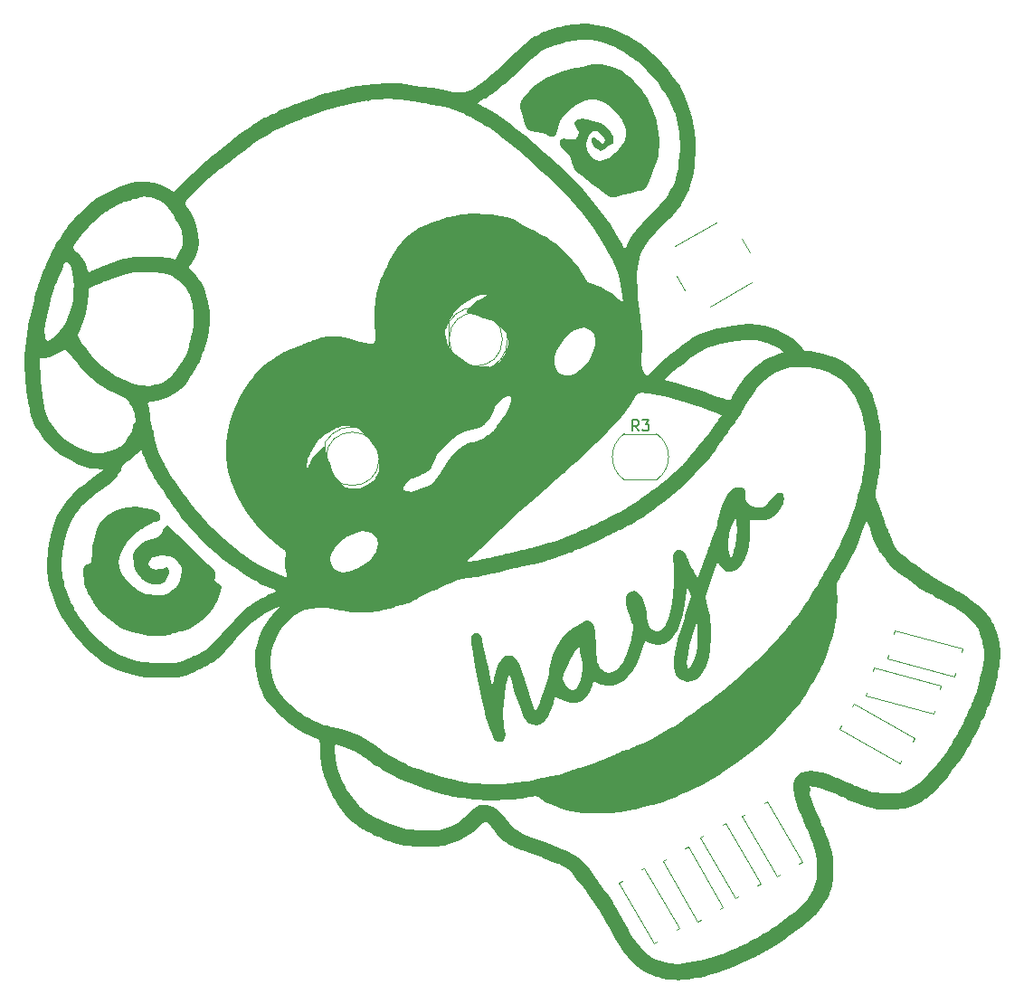
<source format=gbr>
%TF.GenerationSoftware,KiCad,Pcbnew,9.0.2*%
%TF.CreationDate,2025-06-05T20:51:45-04:00*%
%TF.ProjectId,solder-2nd-attempt,736f6c64-6572-42d3-926e-642d61747465,rev?*%
%TF.SameCoordinates,Original*%
%TF.FileFunction,Legend,Top*%
%TF.FilePolarity,Positive*%
%FSLAX46Y46*%
G04 Gerber Fmt 4.6, Leading zero omitted, Abs format (unit mm)*
G04 Created by KiCad (PCBNEW 9.0.2) date 2025-06-05 20:51:45*
%MOMM*%
%LPD*%
G01*
G04 APERTURE LIST*
%ADD10C,0.150000*%
%ADD11C,0.120000*%
%ADD12C,0.000000*%
G04 APERTURE END LIST*
D10*
X81533333Y-134554819D02*
X81200000Y-134078628D01*
X80961905Y-134554819D02*
X80961905Y-133554819D01*
X80961905Y-133554819D02*
X81342857Y-133554819D01*
X81342857Y-133554819D02*
X81438095Y-133602438D01*
X81438095Y-133602438D02*
X81485714Y-133650057D01*
X81485714Y-133650057D02*
X81533333Y-133745295D01*
X81533333Y-133745295D02*
X81533333Y-133888152D01*
X81533333Y-133888152D02*
X81485714Y-133983390D01*
X81485714Y-133983390D02*
X81438095Y-134031009D01*
X81438095Y-134031009D02*
X81342857Y-134078628D01*
X81342857Y-134078628D02*
X80961905Y-134078628D01*
X81866667Y-133554819D02*
X82485714Y-133554819D01*
X82485714Y-133554819D02*
X82152381Y-133935771D01*
X82152381Y-133935771D02*
X82295238Y-133935771D01*
X82295238Y-133935771D02*
X82390476Y-133983390D01*
X82390476Y-133983390D02*
X82438095Y-134031009D01*
X82438095Y-134031009D02*
X82485714Y-134126247D01*
X82485714Y-134126247D02*
X82485714Y-134364342D01*
X82485714Y-134364342D02*
X82438095Y-134459580D01*
X82438095Y-134459580D02*
X82390476Y-134507200D01*
X82390476Y-134507200D02*
X82295238Y-134554819D01*
X82295238Y-134554819D02*
X82009524Y-134554819D01*
X82009524Y-134554819D02*
X81914286Y-134507200D01*
X81914286Y-134507200D02*
X81866667Y-134459580D01*
D11*
%TO.C,R2*%
X102786362Y-159381980D02*
X102871771Y-159063225D01*
X103495526Y-156735344D02*
X103410116Y-157054100D01*
X109103518Y-161074654D02*
X102786362Y-159381980D01*
X109188930Y-160755901D02*
X109103518Y-161074654D01*
X109727273Y-158746774D02*
X109812684Y-158428019D01*
X109812684Y-158428019D02*
X103495526Y-156735344D01*
%TO.C,R7*%
X83773544Y-174853140D02*
X84059332Y-174688140D01*
X86146453Y-173483140D02*
X85860666Y-173648142D01*
X87043546Y-180516945D02*
X83773544Y-174853140D01*
X87329335Y-180351947D02*
X87043546Y-180516945D01*
X89130669Y-179311946D02*
X89416456Y-179146947D01*
X89416456Y-179146947D02*
X86146453Y-173483140D01*
%TO.C,D1*%
X52170000Y-135646200D02*
X52170000Y-138736200D01*
X52170000Y-135646370D02*
G75*
G02*
X57720000Y-137191200I2560000J-1544830D01*
G01*
X57720000Y-137191200D02*
G75*
G02*
X52170000Y-138736030I-2990000J0D01*
G01*
X57230000Y-137191200D02*
G75*
G02*
X52230000Y-137191200I-2500000J0D01*
G01*
X52230000Y-137191200D02*
G75*
G02*
X57230000Y-137191200I2500000J0D01*
G01*
%TO.C,R3*%
X80150000Y-134850000D02*
X83200000Y-134850000D01*
X80150000Y-139150000D02*
X83200000Y-139150000D01*
X80150000Y-139150000D02*
G75*
G02*
X80171766Y-134834475I1550000J2150000D01*
G01*
X83200000Y-134850000D02*
G75*
G02*
X83244513Y-139118249I-1500000J-2150000D01*
G01*
%TO.C,R1*%
X104786362Y-155881980D02*
X104871771Y-155563225D01*
X105495526Y-153235344D02*
X105410116Y-153554100D01*
X111103518Y-157574654D02*
X104786362Y-155881980D01*
X111188930Y-157255901D02*
X111103518Y-157574654D01*
X111727273Y-155246774D02*
X111812684Y-154928019D01*
X111812684Y-154928019D02*
X105495526Y-153235344D01*
%TO.C,R5*%
X91178544Y-170652640D02*
X91464332Y-170487640D01*
X93551453Y-169282640D02*
X93265666Y-169447642D01*
X94448546Y-176316445D02*
X91178544Y-170652640D01*
X94734335Y-176151447D02*
X94448546Y-176316445D01*
X96535669Y-175111446D02*
X96821456Y-174946447D01*
X96821456Y-174946447D02*
X93551453Y-169282640D01*
%TO.C,D2*%
X63710000Y-124455000D02*
X63710000Y-127545000D01*
X63710000Y-124455170D02*
G75*
G02*
X69260000Y-126000000I2560000J-1544830D01*
G01*
X69260000Y-126000000D02*
G75*
G02*
X63710000Y-127544830I-2990000J0D01*
G01*
X68770000Y-126000000D02*
G75*
G02*
X63770000Y-126000000I-2500000J0D01*
G01*
X63770000Y-126000000D02*
G75*
G02*
X68770000Y-126000000I2500000J0D01*
G01*
%TO.C,R4*%
X100282651Y-162456454D02*
X105946462Y-165726453D01*
X100447653Y-162170665D02*
X100282651Y-162456454D01*
X101487654Y-160369331D02*
X101652653Y-160083547D01*
X101652653Y-160083547D02*
X107316461Y-163353545D01*
X105946462Y-165726453D02*
X106111461Y-165440665D01*
X107316461Y-163353545D02*
X107151461Y-163639331D01*
%TO.C,R6*%
X87273544Y-172652640D02*
X87559332Y-172487640D01*
X89646453Y-171282640D02*
X89360666Y-171447642D01*
X90543546Y-178316445D02*
X87273544Y-172652640D01*
X90829335Y-178151447D02*
X90543546Y-178316445D01*
X92630669Y-177111446D02*
X92916456Y-176946447D01*
X92916456Y-176946447D02*
X89646453Y-171282640D01*
D12*
%TO.C,G\u002A\u002A\u002A*%
G36*
X35375036Y-141786092D02*
G01*
X35927415Y-141930575D01*
X36297717Y-142066826D01*
X36538619Y-142197839D01*
X36679247Y-142348023D01*
X36748724Y-142541781D01*
X36762326Y-142630218D01*
X36770555Y-142845281D01*
X36706353Y-142967100D01*
X36534922Y-143035582D01*
X36383372Y-143064791D01*
X36145145Y-143137143D01*
X35857444Y-143268126D01*
X35693136Y-143361457D01*
X35388197Y-143546962D01*
X35064712Y-143736546D01*
X34928373Y-143813742D01*
X34332369Y-144235382D01*
X33799920Y-144798834D01*
X33340103Y-145494118D01*
X33254331Y-145654560D01*
X33036199Y-146116761D01*
X32911783Y-146499651D01*
X32875898Y-146851308D01*
X32923367Y-147219809D01*
X33041408Y-147630650D01*
X33117267Y-147845048D01*
X33195635Y-148017534D01*
X33299671Y-148179791D01*
X33452523Y-148363505D01*
X33677347Y-148600364D01*
X33952083Y-148876890D01*
X34261041Y-149182971D01*
X34488638Y-149396738D01*
X34666393Y-149541045D01*
X34825826Y-149638755D01*
X34998459Y-149712729D01*
X35197115Y-149779816D01*
X35485111Y-149852288D01*
X35833422Y-149910415D01*
X36202073Y-149951258D01*
X36551087Y-149971893D01*
X36840486Y-149969383D01*
X37030296Y-149940796D01*
X37073767Y-149917483D01*
X37172363Y-149883905D01*
X37195930Y-149897647D01*
X37282299Y-149880669D01*
X37457525Y-149786246D01*
X37685425Y-149638782D01*
X37929817Y-149462681D01*
X38154520Y-149282348D01*
X38282848Y-149164542D01*
X38431537Y-148940189D01*
X38565698Y-148600550D01*
X38671624Y-148191612D01*
X38735612Y-147759359D01*
X38745503Y-147612381D01*
X38748761Y-147373083D01*
X38715212Y-147208297D01*
X38618822Y-147059047D01*
X38433559Y-146866363D01*
X38402921Y-146836353D01*
X38014963Y-146523040D01*
X37645443Y-146345477D01*
X37371616Y-146280410D01*
X37050992Y-146247567D01*
X36734304Y-146246953D01*
X36472276Y-146278566D01*
X36315641Y-146342411D01*
X36312502Y-146345419D01*
X36189985Y-146384081D01*
X36158915Y-146374392D01*
X36052596Y-146397775D01*
X35892855Y-146507767D01*
X35850307Y-146545952D01*
X35675492Y-146795578D01*
X35649905Y-147052381D01*
X35772534Y-147286243D01*
X35878182Y-147377644D01*
X36114853Y-147516816D01*
X36336085Y-147568430D01*
X36599071Y-147537221D01*
X36866611Y-147459539D01*
X37160227Y-147378477D01*
X37347619Y-147369490D01*
X37465940Y-147430815D01*
X37466203Y-147431078D01*
X37585740Y-147657485D01*
X37576141Y-147948878D01*
X37442645Y-148281072D01*
X37212054Y-148605227D01*
X37037400Y-148789099D01*
X36878112Y-148886826D01*
X36664008Y-148932506D01*
X36508773Y-148946927D01*
X36000973Y-148928793D01*
X35545823Y-148781478D01*
X35111362Y-148492465D01*
X34930147Y-148328512D01*
X34611609Y-147954971D01*
X34399029Y-147538798D01*
X34274575Y-147038236D01*
X34236661Y-146704663D01*
X34211167Y-146477029D01*
X34180003Y-146325987D01*
X34167061Y-146298869D01*
X34169637Y-146197670D01*
X34253279Y-146011567D01*
X34393803Y-145777843D01*
X34567021Y-145533778D01*
X34748743Y-145316659D01*
X34892563Y-145180561D01*
X35126879Y-145022876D01*
X35401292Y-144876203D01*
X35662674Y-144765337D01*
X35857893Y-144715076D01*
X35890382Y-144714908D01*
X35999533Y-144693085D01*
X36196634Y-144631304D01*
X36273242Y-144604167D01*
X36612403Y-144411119D01*
X36897534Y-144091178D01*
X37099339Y-143729333D01*
X37168617Y-143590770D01*
X37238248Y-143493998D01*
X37320974Y-143447309D01*
X37429539Y-143458999D01*
X37576683Y-143537361D01*
X37775151Y-143690687D01*
X38037685Y-143927273D01*
X38377024Y-144255413D01*
X38805916Y-144683401D01*
X39243514Y-145124930D01*
X39682319Y-145565065D01*
X40104783Y-145982530D01*
X40491846Y-146358966D01*
X40824453Y-146676023D01*
X41083542Y-146915341D01*
X41250056Y-147058566D01*
X41255898Y-147063098D01*
X41592801Y-147347976D01*
X41800881Y-147598122D01*
X41897892Y-147846063D01*
X41901586Y-148124321D01*
X41887023Y-148219276D01*
X41815607Y-148611884D01*
X42152554Y-148873986D01*
X42489499Y-149136085D01*
X42383225Y-149591561D01*
X42129062Y-150407623D01*
X41765392Y-151117429D01*
X41276176Y-151746150D01*
X40645365Y-152318961D01*
X40644351Y-152319752D01*
X40029359Y-152762559D01*
X39480512Y-153074582D01*
X38982390Y-153264160D01*
X38831089Y-153300347D01*
X38543402Y-153370123D01*
X38193493Y-153470438D01*
X37941705Y-153551313D01*
X37647440Y-153647900D01*
X37409744Y-153711081D01*
X37179060Y-153747621D01*
X36905822Y-153764279D01*
X36540471Y-153767816D01*
X36360125Y-153767088D01*
X35655557Y-153725227D01*
X34925989Y-153614557D01*
X34216832Y-153445993D01*
X33573502Y-153230453D01*
X33041409Y-152978852D01*
X33013738Y-152962686D01*
X32204041Y-152426749D01*
X31494368Y-151841546D01*
X30904752Y-151225702D01*
X30455219Y-150597839D01*
X30437210Y-150567204D01*
X30173147Y-150106509D01*
X29978723Y-149744881D01*
X29838123Y-149444611D01*
X29735529Y-149167996D01*
X29655123Y-148877332D01*
X29581090Y-148534915D01*
X29577853Y-148518668D01*
X29498885Y-147983633D01*
X29503668Y-147577775D01*
X29594822Y-147290891D01*
X29774967Y-147112780D01*
X29955837Y-147047275D01*
X30153081Y-146983941D01*
X30270188Y-146914053D01*
X30307073Y-146800545D01*
X30335976Y-146565783D01*
X30352940Y-146249740D01*
X30355753Y-146049008D01*
X30395078Y-145412466D01*
X30505522Y-144765850D01*
X30675790Y-144144768D01*
X30894594Y-143584824D01*
X31150635Y-143121627D01*
X31370863Y-142848469D01*
X31912412Y-142393274D01*
X32513485Y-142061666D01*
X33204314Y-141839011D01*
X33619501Y-141759815D01*
X34513809Y-141697126D01*
X35375036Y-141786092D01*
G37*
G36*
X77990204Y-100244103D02*
G01*
X78440386Y-100322101D01*
X78729620Y-100389086D01*
X79344572Y-100582046D01*
X79900953Y-100855261D01*
X80444620Y-101234314D01*
X80818325Y-101554507D01*
X81110486Y-101844666D01*
X81430671Y-102200142D01*
X81733803Y-102567990D01*
X81974809Y-102895250D01*
X82024333Y-102971305D01*
X82325800Y-103488449D01*
X82610675Y-104042138D01*
X82859750Y-104590161D01*
X83053824Y-105090306D01*
X83172537Y-105495082D01*
X83232631Y-105763748D01*
X83304842Y-106081253D01*
X83330618Y-106193307D01*
X83408467Y-106679800D01*
X83448277Y-107259979D01*
X83449514Y-107870690D01*
X83411648Y-108448770D01*
X83352975Y-108844616D01*
X83272521Y-109162874D01*
X83146312Y-109567214D01*
X82987888Y-110022661D01*
X82810784Y-110494237D01*
X82628540Y-110946965D01*
X82454687Y-111345867D01*
X82302771Y-111655964D01*
X82199019Y-111826236D01*
X81973139Y-112005267D01*
X81715959Y-112084405D01*
X81420047Y-112146743D01*
X81036491Y-112236786D01*
X80612558Y-112342413D01*
X80195512Y-112451499D01*
X79832617Y-112551927D01*
X79571135Y-112631575D01*
X79537744Y-112643030D01*
X79369922Y-112697921D01*
X79219398Y-112727880D01*
X79069216Y-112723904D01*
X78902423Y-112676997D01*
X78702065Y-112578157D01*
X78451189Y-112418383D01*
X78132838Y-112188678D01*
X77730061Y-111880040D01*
X77225902Y-111483470D01*
X76967165Y-111278470D01*
X76725625Y-111093242D01*
X76440585Y-110883195D01*
X76313182Y-110792104D01*
X75955586Y-110529286D01*
X75705261Y-110308075D01*
X75531116Y-110087229D01*
X75402063Y-109825508D01*
X75287009Y-109481668D01*
X75262714Y-109398627D01*
X75164588Y-109068353D01*
X75085170Y-108852218D01*
X74999625Y-108709089D01*
X74883100Y-108597823D01*
X74710760Y-108477288D01*
X74703291Y-108472317D01*
X74391701Y-108231458D01*
X74209587Y-107996740D01*
X74130991Y-107731296D01*
X74124170Y-107649978D01*
X74150995Y-107401920D01*
X74271481Y-107256187D01*
X74500530Y-107205367D01*
X74853029Y-107242051D01*
X74918432Y-107254839D01*
X75219195Y-107308556D01*
X75416246Y-107314434D01*
X75561596Y-107266553D01*
X75699104Y-107165928D01*
X75884293Y-106940274D01*
X75950200Y-106701236D01*
X75887860Y-106490882D01*
X75851965Y-106448483D01*
X75755623Y-106310977D01*
X75642550Y-106095222D01*
X75610416Y-106023497D01*
X75533912Y-105805537D01*
X75544520Y-105661962D01*
X75646528Y-105528936D01*
X75879761Y-105406033D01*
X76239365Y-105371557D01*
X76717414Y-105424651D01*
X77305985Y-105564454D01*
X77972620Y-105781240D01*
X78362669Y-105970876D01*
X78656239Y-106242445D01*
X78808208Y-106459859D01*
X79002871Y-106792661D01*
X79115142Y-107037824D01*
X79159508Y-107236629D01*
X79150462Y-107430362D01*
X79149980Y-107433541D01*
X79115694Y-107594374D01*
X79046901Y-107697792D01*
X78900288Y-107790678D01*
X78753860Y-107862330D01*
X78521535Y-107996462D01*
X78345825Y-108139699D01*
X78301813Y-108195347D01*
X78141853Y-108330767D01*
X77918837Y-108344760D01*
X77671428Y-108241042D01*
X77524049Y-108120566D01*
X77294149Y-107841505D01*
X77156437Y-107569830D01*
X77126831Y-107341746D01*
X77149714Y-107269080D01*
X77238358Y-107151447D01*
X77353363Y-107122154D01*
X77515663Y-107189318D01*
X77746180Y-107361057D01*
X78026412Y-107609115D01*
X78154466Y-107694443D01*
X78251228Y-107643740D01*
X78294022Y-107586123D01*
X78344415Y-107383653D01*
X78275622Y-107149379D01*
X78117474Y-106913182D01*
X77899796Y-106704940D01*
X77652410Y-106554529D01*
X77405146Y-106491834D01*
X77232425Y-106522647D01*
X77013249Y-106696641D01*
X76826142Y-106983828D01*
X76693193Y-107336442D01*
X76636486Y-107706717D01*
X76637401Y-107809454D01*
X76727304Y-108331802D01*
X76926070Y-108747835D01*
X77214456Y-109049208D01*
X77573225Y-109227574D01*
X77983128Y-109274584D01*
X78424929Y-109181891D01*
X78879388Y-108941148D01*
X79013530Y-108840249D01*
X79342660Y-108547760D01*
X79663729Y-108215265D01*
X79947018Y-107878075D01*
X80162803Y-107571508D01*
X80279855Y-107335695D01*
X80347726Y-106895023D01*
X80305103Y-106387458D01*
X80156926Y-105858727D01*
X80107055Y-105735728D01*
X79999589Y-105499615D01*
X79892260Y-105309225D01*
X79757331Y-105129048D01*
X79567068Y-104923581D01*
X79293735Y-104657312D01*
X79181867Y-104551266D01*
X78865993Y-104258032D01*
X78628102Y-104054683D01*
X78432839Y-103916382D01*
X78244849Y-103818293D01*
X78028774Y-103735577D01*
X78013093Y-103730201D01*
X77495590Y-103594938D01*
X77018699Y-103568478D01*
X76544138Y-103656142D01*
X76033633Y-103863256D01*
X75681567Y-104054400D01*
X75044920Y-104493200D01*
X74551933Y-104989082D01*
X74190014Y-105559247D01*
X73946559Y-106220897D01*
X73879585Y-106514728D01*
X73822819Y-106770341D01*
X73761715Y-106911233D01*
X73669085Y-106982324D01*
X73578319Y-107012599D01*
X73398406Y-107044966D01*
X73227735Y-107022335D01*
X73016577Y-106931153D01*
X72774813Y-106793625D01*
X72434415Y-106651738D01*
X72029601Y-106574219D01*
X71972206Y-106569917D01*
X71528812Y-106514552D01*
X71219448Y-106402055D01*
X71023523Y-106221123D01*
X70928782Y-105997070D01*
X70872909Y-105792764D01*
X70782322Y-105484583D01*
X70671787Y-105122141D01*
X70602996Y-104902315D01*
X70491189Y-104539973D01*
X70427465Y-104289160D01*
X70409590Y-104108182D01*
X70435329Y-103955347D01*
X70502450Y-103788963D01*
X70539206Y-103711718D01*
X70695497Y-103461182D01*
X70941885Y-103147382D01*
X71243055Y-102808445D01*
X71563701Y-102482496D01*
X71868505Y-102207665D01*
X72079440Y-102048764D01*
X72905641Y-101563968D01*
X73758254Y-101166293D01*
X74585380Y-100879577D01*
X74684099Y-100852803D01*
X74940333Y-100788561D01*
X75273527Y-100708794D01*
X75621926Y-100627889D01*
X75923774Y-100560237D01*
X76087275Y-100525901D01*
X76235446Y-100492433D01*
X76485134Y-100431871D01*
X76775643Y-100359006D01*
X77215355Y-100263441D01*
X77601035Y-100224845D01*
X77990204Y-100244103D01*
G37*
G36*
X91162343Y-139867203D02*
G01*
X91383583Y-139985720D01*
X91506749Y-140217625D01*
X91544203Y-140577191D01*
X91542359Y-140669564D01*
X91546792Y-140982905D01*
X91595868Y-141189972D01*
X91702273Y-141342559D01*
X91708780Y-141349143D01*
X92035178Y-141570914D01*
X92464855Y-141704228D01*
X92886898Y-141738255D01*
X93100711Y-141730672D01*
X93247483Y-141697101D01*
X93374644Y-141610140D01*
X93529626Y-141442385D01*
X93651665Y-141296413D01*
X93957816Y-140930448D01*
X94183340Y-140672306D01*
X94349151Y-140504518D01*
X94476158Y-140409615D01*
X94585273Y-140370125D01*
X94697403Y-140368581D01*
X94753903Y-140375538D01*
X94944879Y-140420421D01*
X95045765Y-140519028D01*
X95102253Y-140654381D01*
X95128895Y-140900509D01*
X95081104Y-141233077D01*
X95043443Y-141373846D01*
X94838193Y-141829380D01*
X94525312Y-142247130D01*
X94141918Y-142587740D01*
X93725125Y-142811848D01*
X93669738Y-142830587D01*
X93273459Y-142921694D01*
X92846566Y-142966759D01*
X92452007Y-142962262D01*
X92179656Y-142913921D01*
X91934889Y-142836015D01*
X91937547Y-143662235D01*
X91905087Y-144544828D01*
X91804988Y-145341569D01*
X91642062Y-146042468D01*
X91421127Y-146637532D01*
X91146999Y-147116768D01*
X90824490Y-147470185D01*
X90458418Y-147687788D01*
X90053596Y-147759588D01*
X89965165Y-147755297D01*
X89738068Y-147710865D01*
X89540597Y-147599776D01*
X89336165Y-147415117D01*
X89215326Y-147279851D01*
X89148403Y-147204936D01*
X89010129Y-147009307D01*
X88968733Y-146922273D01*
X88919180Y-146811605D01*
X88889278Y-146814309D01*
X88856744Y-146908931D01*
X88779979Y-147132640D01*
X88667034Y-147461962D01*
X88525958Y-147873422D01*
X88364801Y-148343550D01*
X88308319Y-148508341D01*
X87752353Y-150130466D01*
X87878899Y-150643640D01*
X87955398Y-150946453D01*
X88026106Y-151213938D01*
X88068191Y-151362626D01*
X88117401Y-151590125D01*
X88168504Y-151936749D01*
X88217495Y-152360456D01*
X88260368Y-152819213D01*
X88293119Y-153270978D01*
X88311741Y-153673711D01*
X88313641Y-153938658D01*
X88244594Y-154936771D01*
X88083321Y-155807487D01*
X87828367Y-156556706D01*
X87530609Y-157112146D01*
X87359976Y-157371764D01*
X87241300Y-157535190D01*
X87138738Y-157641517D01*
X87016456Y-157729835D01*
X86896237Y-157804125D01*
X86441434Y-158005942D01*
X86001794Y-158050820D01*
X85804904Y-158017883D01*
X85403009Y-157841717D01*
X85237341Y-157677882D01*
X85104234Y-157546248D01*
X84908133Y-157130143D01*
X84814264Y-156592065D01*
X84817923Y-156286614D01*
X86038784Y-156286614D01*
X86051299Y-156609529D01*
X86072515Y-156710820D01*
X86109512Y-156805709D01*
X86160206Y-156816727D01*
X86254033Y-156729355D01*
X86406660Y-156546016D01*
X86607696Y-156240306D01*
X86790740Y-155860419D01*
X86862077Y-155668191D01*
X86948357Y-155318966D01*
X87008288Y-154866147D01*
X87044080Y-154288621D01*
X87055659Y-153821222D01*
X87057690Y-153381500D01*
X87051814Y-153004318D01*
X87039066Y-152716416D01*
X87020483Y-152544540D01*
X87004806Y-152507575D01*
X86950030Y-152581133D01*
X86863833Y-152784426D01*
X86754751Y-153090951D01*
X86631329Y-153474209D01*
X86502109Y-153907695D01*
X86375636Y-154364906D01*
X86262867Y-154809303D01*
X86147808Y-155354122D01*
X86072034Y-155857351D01*
X86038784Y-156286614D01*
X84817923Y-156286614D01*
X84822186Y-155930676D01*
X84903790Y-155298519D01*
X84969431Y-154961488D01*
X85061345Y-154572730D01*
X85184989Y-154113051D01*
X85345815Y-153563256D01*
X85549280Y-152904151D01*
X85800839Y-152116542D01*
X85860030Y-151933814D01*
X86462853Y-150076604D01*
X86258366Y-149621373D01*
X86053879Y-149166143D01*
X86006140Y-149652184D01*
X85865780Y-150757727D01*
X85674956Y-151717918D01*
X85431028Y-152541421D01*
X85131351Y-153236902D01*
X84773288Y-153813024D01*
X84714584Y-153889424D01*
X84319971Y-154270241D01*
X83860981Y-154508146D01*
X83357011Y-154598043D01*
X82827449Y-154534827D01*
X82577415Y-154451652D01*
X82339570Y-154357784D01*
X82170069Y-154294165D01*
X82115020Y-154276703D01*
X82079366Y-154346615D01*
X82020250Y-154529267D01*
X81968774Y-154715913D01*
X81697614Y-155582474D01*
X81363419Y-156351352D01*
X80974863Y-157014434D01*
X80540627Y-157563602D01*
X80069386Y-157990739D01*
X79569815Y-158287728D01*
X79050595Y-158446455D01*
X78520400Y-158458802D01*
X78080575Y-158352929D01*
X77819066Y-158243431D01*
X77607492Y-158130007D01*
X77527968Y-158070700D01*
X77435224Y-157993106D01*
X77366064Y-157996168D01*
X77299628Y-158102063D01*
X77215056Y-158332973D01*
X77179250Y-158441500D01*
X76922338Y-159037542D01*
X76587517Y-159498548D01*
X76179281Y-159820747D01*
X75702125Y-160000373D01*
X75273896Y-160038887D01*
X74831555Y-159972653D01*
X74391431Y-159809021D01*
X74021550Y-159575427D01*
X73939215Y-159500601D01*
X73923523Y-159487201D01*
X73828915Y-159406419D01*
X73785114Y-159390311D01*
X73751451Y-159471405D01*
X73680116Y-159669522D01*
X73583958Y-159948535D01*
X73538235Y-160084222D01*
X73296893Y-160747329D01*
X73062137Y-161263154D01*
X72823549Y-161644782D01*
X72570707Y-161905302D01*
X72293191Y-162057798D01*
X71980582Y-162115359D01*
X71920056Y-162116649D01*
X71592392Y-162075925D01*
X71304540Y-161944596D01*
X71044969Y-161708922D01*
X70802150Y-161355173D01*
X70564552Y-160869604D01*
X70320642Y-160238485D01*
X70304090Y-160191511D01*
X70158837Y-159766372D01*
X70009366Y-159310086D01*
X69864605Y-158852092D01*
X69733482Y-158421828D01*
X69624922Y-158048732D01*
X69547852Y-157762243D01*
X69511200Y-157591798D01*
X69509399Y-157570855D01*
X69455257Y-157416628D01*
X69431373Y-157387493D01*
X69372103Y-157414091D01*
X69296511Y-157567342D01*
X69215441Y-157814932D01*
X69139728Y-158124547D01*
X69087697Y-158412236D01*
X68961348Y-159314876D01*
X68876127Y-160086435D01*
X68831383Y-160751600D01*
X68826464Y-161335056D01*
X68860719Y-161861488D01*
X68933495Y-162355580D01*
X68977926Y-162570765D01*
X69043923Y-163003250D01*
X69016927Y-163316044D01*
X68893173Y-163523795D01*
X68705624Y-163629903D01*
X68420338Y-163653476D01*
X68148499Y-163558553D01*
X67967210Y-163384608D01*
X67886246Y-163218132D01*
X67771253Y-162936874D01*
X67636182Y-162580020D01*
X67494982Y-162186756D01*
X67361606Y-161796269D01*
X67250003Y-161447742D01*
X67174122Y-161180364D01*
X67158608Y-161113313D01*
X67113069Y-160900373D01*
X67042349Y-160577013D01*
X66956755Y-160190122D01*
X66881127Y-159851321D01*
X66701746Y-159034539D01*
X66530304Y-158222014D01*
X66369911Y-157430961D01*
X66223675Y-156678595D01*
X66094704Y-155982126D01*
X65986110Y-155358772D01*
X65900997Y-154825748D01*
X65842479Y-154400264D01*
X65813658Y-154099539D01*
X65815515Y-153950738D01*
X65926564Y-153690606D01*
X66131340Y-153550232D01*
X66404482Y-153540636D01*
X66603820Y-153608385D01*
X66668822Y-153646513D01*
X66723994Y-153706391D01*
X66775639Y-153808924D01*
X66830061Y-153975013D01*
X66893569Y-154225560D01*
X66972464Y-154581468D01*
X67073053Y-155063640D01*
X67137029Y-155376123D01*
X67291381Y-156125205D01*
X67422841Y-156746618D01*
X67538165Y-157271211D01*
X67644106Y-157729837D01*
X67728327Y-158076765D01*
X67816013Y-158430143D01*
X67882042Y-158221992D01*
X67937839Y-157998466D01*
X67959654Y-157850329D01*
X67989492Y-157706787D01*
X68060469Y-157452371D01*
X68160582Y-157128470D01*
X68233282Y-156907145D01*
X68426777Y-156395605D01*
X68622062Y-156026267D01*
X68835010Y-155780679D01*
X69081492Y-155640388D01*
X69368525Y-155587411D01*
X69589744Y-155587950D01*
X69749043Y-155639694D01*
X69911660Y-155772091D01*
X70016734Y-155879991D01*
X70205714Y-156113820D01*
X70350988Y-156353969D01*
X70392183Y-156454299D01*
X70458199Y-156644536D01*
X70511512Y-156755854D01*
X70514892Y-156759786D01*
X70550821Y-156848970D01*
X70620768Y-157064911D01*
X70715900Y-157378887D01*
X70827377Y-157762181D01*
X70875774Y-157932764D01*
X71071889Y-158610150D01*
X71259504Y-159222232D01*
X71432661Y-159751672D01*
X71585406Y-160181124D01*
X71711782Y-160493249D01*
X71805831Y-160670705D01*
X71823399Y-160691799D01*
X71876545Y-160733910D01*
X71927596Y-160736167D01*
X71984024Y-160682506D01*
X72053293Y-160556865D01*
X72142876Y-160343178D01*
X72260240Y-160025385D01*
X72412854Y-159587420D01*
X72608188Y-159013221D01*
X72619667Y-158979296D01*
X72842001Y-158291305D01*
X73009399Y-157706255D01*
X73009904Y-157704079D01*
X74439919Y-157704079D01*
X74493572Y-158036076D01*
X74627464Y-158339589D01*
X74821086Y-158589638D01*
X75053932Y-158761243D01*
X75305490Y-158829422D01*
X75555255Y-158769200D01*
X75609144Y-158735377D01*
X75764438Y-158557691D01*
X75922576Y-158262394D01*
X76064791Y-157891689D01*
X76172316Y-157487779D01*
X76179200Y-157453546D01*
X76269317Y-156820802D01*
X76267609Y-156299573D01*
X76190188Y-155916256D01*
X76109292Y-155619593D01*
X76036956Y-155283988D01*
X76019688Y-155184776D01*
X75978274Y-154957994D01*
X75942185Y-154814808D01*
X75927855Y-154788888D01*
X75844454Y-154858580D01*
X75706291Y-155046289D01*
X75528599Y-155324745D01*
X75326608Y-155666676D01*
X75115555Y-156044812D01*
X74910665Y-156431880D01*
X74727174Y-156800609D01*
X74580313Y-157123726D01*
X74487013Y-157368575D01*
X74439919Y-157704079D01*
X73009904Y-157704079D01*
X73117871Y-157239243D01*
X73162032Y-156929143D01*
X73267752Y-156240671D01*
X73482048Y-155542077D01*
X73787562Y-154863278D01*
X74166935Y-154234199D01*
X74602809Y-153684758D01*
X75077826Y-153244874D01*
X75434023Y-153012958D01*
X75730110Y-152839043D01*
X76021753Y-152643195D01*
X76141345Y-152552350D01*
X76381734Y-152391271D01*
X76608239Y-152334253D01*
X76763857Y-152338007D01*
X76974246Y-152382064D01*
X77142418Y-152484570D01*
X77273244Y-152661242D01*
X77371594Y-152927792D01*
X77442344Y-153299941D01*
X77490366Y-153793402D01*
X77520531Y-154423892D01*
X77530793Y-154811770D01*
X77552620Y-155402534D01*
X77594649Y-155861152D01*
X77664336Y-156216244D01*
X77769136Y-156496428D01*
X77916503Y-156730325D01*
X78077607Y-156910930D01*
X78396972Y-157141766D01*
X78731168Y-157221074D01*
X79072288Y-157156976D01*
X79412431Y-156957604D01*
X79743689Y-156631085D01*
X80058159Y-156185545D01*
X80347936Y-155629113D01*
X80605112Y-154969916D01*
X80821786Y-154216084D01*
X80860762Y-154049350D01*
X80954531Y-153565962D01*
X81005469Y-153152043D01*
X81012050Y-152832861D01*
X80972753Y-152633682D01*
X80948298Y-152597414D01*
X80864030Y-152455723D01*
X80757891Y-152195819D01*
X80641644Y-151857213D01*
X80527048Y-151479417D01*
X80425866Y-151101944D01*
X80349853Y-150764303D01*
X80310774Y-150506006D01*
X80307989Y-150446140D01*
X80324842Y-150160215D01*
X80392973Y-149963990D01*
X80535085Y-149789465D01*
X80808706Y-149599329D01*
X81086128Y-149556785D01*
X81357046Y-149648774D01*
X81611150Y-149862237D01*
X81838133Y-150184111D01*
X82027689Y-150601339D01*
X82169511Y-151100862D01*
X82253289Y-151669620D01*
X82270491Y-151988265D01*
X82342291Y-152492329D01*
X82526772Y-152900269D01*
X82815315Y-153198359D01*
X83126473Y-153352134D01*
X83361193Y-153378452D01*
X83576318Y-153288896D01*
X83790100Y-153069996D01*
X84020793Y-152708276D01*
X84036140Y-152680708D01*
X84269880Y-152152592D01*
X84467330Y-151492465D01*
X84625370Y-150726142D01*
X84740885Y-149879428D01*
X84810758Y-148978136D01*
X84831872Y-148048077D01*
X84801106Y-147115061D01*
X84764672Y-146648911D01*
X84746038Y-146352115D01*
X84767760Y-146159528D01*
X84842247Y-146016530D01*
X84930673Y-145918438D01*
X85150569Y-145758572D01*
X85383265Y-145728729D01*
X85383832Y-145728790D01*
X85633662Y-145804041D01*
X85829946Y-145986428D01*
X85997329Y-146300720D01*
X86027160Y-146375478D01*
X86144053Y-146652875D01*
X86296011Y-146976332D01*
X86467328Y-147316870D01*
X86642300Y-147645514D01*
X86805222Y-147933288D01*
X86940393Y-148151216D01*
X87032109Y-148270321D01*
X87060293Y-148281795D01*
X87095331Y-148200163D01*
X87173691Y-147993415D01*
X87285384Y-147688638D01*
X87420422Y-147312916D01*
X87493371Y-147107491D01*
X87635891Y-146707096D01*
X87759482Y-146364642D01*
X87854296Y-146107043D01*
X87910486Y-145961208D01*
X87921034Y-145938600D01*
X87956884Y-145858138D01*
X88033648Y-145662324D01*
X88137254Y-145387409D01*
X88181679Y-145267175D01*
X88191195Y-145241291D01*
X89925535Y-145241291D01*
X89938032Y-145632402D01*
X89970641Y-145954196D01*
X89972665Y-145966657D01*
X90034714Y-146250668D01*
X90104914Y-146390263D01*
X90186181Y-146382466D01*
X90281435Y-146224296D01*
X90393592Y-145912780D01*
X90525569Y-145444936D01*
X90540593Y-145387021D01*
X90670700Y-144636013D01*
X90706854Y-143756302D01*
X90705838Y-143687925D01*
X90695333Y-143310236D01*
X90679856Y-142999230D01*
X90661443Y-142785752D01*
X90642117Y-142700643D01*
X90640852Y-142700289D01*
X90586374Y-142769792D01*
X90482830Y-142959462D01*
X90344215Y-143241036D01*
X90184526Y-143586252D01*
X90044565Y-143904221D01*
X89992664Y-144112330D01*
X89954454Y-144435228D01*
X89931544Y-144826892D01*
X89925535Y-145241291D01*
X88191195Y-145241291D01*
X88330733Y-144861724D01*
X88494833Y-144415539D01*
X88639197Y-144023214D01*
X88642971Y-144012958D01*
X88757793Y-143675113D01*
X88852555Y-143349386D01*
X88908336Y-143101381D01*
X88911008Y-143083624D01*
X89032617Y-142474265D01*
X89221088Y-141853627D01*
X89459825Y-141260838D01*
X89732239Y-140735037D01*
X90021733Y-140315351D01*
X90140442Y-140184108D01*
X90352973Y-139992358D01*
X90538764Y-139893420D01*
X90769508Y-139852359D01*
X90830664Y-139847802D01*
X91162343Y-139867203D01*
G37*
G36*
X76320537Y-96444841D02*
G01*
X76431829Y-96459922D01*
X76644231Y-96471244D01*
X76770811Y-96474287D01*
X77151986Y-96504138D01*
X77628076Y-96576828D01*
X78142146Y-96680884D01*
X78637259Y-96804833D01*
X79041869Y-96931886D01*
X79470253Y-97110008D01*
X79987779Y-97361626D01*
X80554001Y-97664224D01*
X81128483Y-97995297D01*
X81670783Y-98332328D01*
X82140461Y-98652807D01*
X82163655Y-98669704D01*
X82488242Y-98933219D01*
X82875878Y-99288322D01*
X83291039Y-99698975D01*
X83698189Y-100129138D01*
X84061802Y-100542770D01*
X84286566Y-100823107D01*
X84675098Y-101336709D01*
X84979079Y-101742125D01*
X85211312Y-102059739D01*
X85384595Y-102309937D01*
X85511724Y-102513106D01*
X85605504Y-102689631D01*
X85678733Y-102859901D01*
X85744209Y-103044298D01*
X85810758Y-103250718D01*
X85887101Y-103441016D01*
X85957132Y-103553660D01*
X86018860Y-103663691D01*
X86105925Y-103874920D01*
X86202252Y-104140144D01*
X86291766Y-104412160D01*
X86358390Y-104643767D01*
X86386048Y-104787763D01*
X86384130Y-104807410D01*
X86413218Y-104908985D01*
X86464905Y-104973711D01*
X86540069Y-105093561D01*
X86540953Y-105144739D01*
X86542876Y-105252139D01*
X86575550Y-105468714D01*
X86629831Y-105737876D01*
X86766960Y-106551446D01*
X86834406Y-107459077D01*
X86833043Y-108480102D01*
X86790366Y-109290398D01*
X86741421Y-109788284D01*
X86666469Y-110312164D01*
X86572833Y-110826822D01*
X86467841Y-111297041D01*
X86358816Y-111687607D01*
X86253086Y-111963304D01*
X86222800Y-112018840D01*
X86130926Y-112192947D01*
X86093238Y-112299407D01*
X86041639Y-112430200D01*
X85928050Y-112652176D01*
X85777839Y-112920956D01*
X85616373Y-113192167D01*
X85469021Y-113421428D01*
X85388110Y-113532873D01*
X85230852Y-113739403D01*
X85073565Y-113959554D01*
X84942129Y-114121022D01*
X84728770Y-114351463D01*
X84470794Y-114611269D01*
X84354547Y-114722991D01*
X83671120Y-115385307D01*
X83106267Y-115970863D01*
X82647854Y-116497367D01*
X82283748Y-116982527D01*
X82001815Y-117444049D01*
X81789924Y-117899639D01*
X81635940Y-118367006D01*
X81531356Y-118843047D01*
X81468013Y-119180554D01*
X81408994Y-119455539D01*
X81362637Y-119631025D01*
X81344071Y-119673486D01*
X81330276Y-119769586D01*
X81331768Y-119990808D01*
X81347567Y-120301829D01*
X81369385Y-120586232D01*
X81402817Y-121000482D01*
X81431168Y-121408702D01*
X81450487Y-121751074D01*
X81456009Y-121896536D01*
X81473051Y-122187038D01*
X81508453Y-122568218D01*
X81555559Y-122971436D01*
X81572109Y-123094566D01*
X81620212Y-123460524D01*
X81659307Y-123797411D01*
X81683321Y-124051240D01*
X81687429Y-124119597D01*
X81702484Y-124310787D01*
X81735070Y-124616294D01*
X81780068Y-124990760D01*
X81822042Y-125313024D01*
X81882922Y-126006097D01*
X81878980Y-126661275D01*
X81851146Y-126961202D01*
X81782146Y-127560850D01*
X81752002Y-128030804D01*
X81762967Y-128398427D01*
X81817290Y-128691086D01*
X81917230Y-128936145D01*
X82028110Y-129111600D01*
X82160479Y-129294616D01*
X82249668Y-129418402D01*
X82263581Y-129437891D01*
X82329739Y-129405207D01*
X82478174Y-129276848D01*
X82682645Y-129076445D01*
X82796057Y-128958351D01*
X83144611Y-128610666D01*
X83578798Y-128211909D01*
X84074012Y-127781654D01*
X84605643Y-127339481D01*
X85149085Y-126904966D01*
X85679729Y-126497689D01*
X86172967Y-126137227D01*
X86604193Y-125843153D01*
X86948797Y-125635053D01*
X87019371Y-125598337D01*
X87509302Y-125393060D01*
X88123084Y-125195290D01*
X88823294Y-125012728D01*
X89572514Y-124853077D01*
X90333322Y-124724043D01*
X91068302Y-124633327D01*
X91740027Y-124588634D01*
X91940338Y-124585299D01*
X92622648Y-124615284D01*
X93260328Y-124715580D01*
X93898378Y-124897812D01*
X94581798Y-125173600D01*
X95011732Y-125378527D01*
X95465476Y-125631485D01*
X95903931Y-125924430D01*
X96295884Y-126232364D01*
X96610126Y-126530294D01*
X96815447Y-126793224D01*
X96843857Y-126845857D01*
X96950549Y-127017104D01*
X97064296Y-127069140D01*
X97097763Y-127068077D01*
X97274142Y-127077870D01*
X97570337Y-127121463D01*
X97950349Y-127191030D01*
X98378187Y-127278754D01*
X98817855Y-127376812D01*
X99233356Y-127477387D01*
X99588699Y-127572653D01*
X99847889Y-127654795D01*
X99908868Y-127678841D01*
X100555432Y-127992655D01*
X101105308Y-128344769D01*
X101622653Y-128779284D01*
X101886090Y-129038070D01*
X102269606Y-129449783D01*
X102612205Y-129854716D01*
X102891581Y-130224215D01*
X103085425Y-130529630D01*
X103146150Y-130656468D01*
X103213405Y-130817823D01*
X103320076Y-131064577D01*
X103410146Y-131269013D01*
X103558453Y-131663379D01*
X103711347Y-132176268D01*
X103858756Y-132765602D01*
X103990604Y-133389304D01*
X104096821Y-134005293D01*
X104139452Y-134315660D01*
X104178170Y-134773294D01*
X104199378Y-135337391D01*
X104203320Y-135954123D01*
X104190246Y-136569663D01*
X104160403Y-137130184D01*
X104124823Y-137501183D01*
X104097243Y-137778063D01*
X104081767Y-138035564D01*
X104081739Y-138036603D01*
X104064680Y-138202661D01*
X104022505Y-138490813D01*
X103960981Y-138864871D01*
X103885876Y-139288644D01*
X103859470Y-139431219D01*
X103786659Y-139857406D01*
X103734123Y-140240530D01*
X103705616Y-140546341D01*
X103704896Y-140740594D01*
X103711971Y-140776085D01*
X103782281Y-140969290D01*
X103880049Y-141229756D01*
X103922423Y-141340712D01*
X104005206Y-141561387D01*
X104126009Y-141890007D01*
X104268758Y-142282587D01*
X104417385Y-142695147D01*
X104420769Y-142704592D01*
X104554957Y-143075862D01*
X104669880Y-143387873D01*
X104754668Y-143611543D01*
X104798455Y-143717799D01*
X104801230Y-143722302D01*
X104844482Y-143809480D01*
X104923195Y-144000184D01*
X105018674Y-144246040D01*
X105112221Y-144498672D01*
X105185141Y-144709703D01*
X105195677Y-144742892D01*
X105272025Y-144933987D01*
X105397345Y-145196169D01*
X105497652Y-145386519D01*
X105658677Y-145651895D01*
X105828246Y-145851715D01*
X106061910Y-146046817D01*
X106177999Y-146131611D01*
X106428640Y-146318661D01*
X106641167Y-146490798D01*
X106759251Y-146600367D01*
X106875665Y-146699778D01*
X107102036Y-146869404D01*
X107412882Y-147091933D01*
X107782716Y-147350041D01*
X108186051Y-147626412D01*
X108597405Y-147903725D01*
X108991292Y-148164660D01*
X109342226Y-148391900D01*
X109624721Y-148568126D01*
X109813291Y-148676018D01*
X109814541Y-148676655D01*
X110081725Y-148818253D01*
X110398865Y-148994149D01*
X110586659Y-149101903D01*
X110895107Y-149280665D01*
X111255778Y-149487793D01*
X111528078Y-149642938D01*
X112125655Y-150010109D01*
X112713803Y-150423690D01*
X113264930Y-150860515D01*
X113751454Y-151297425D01*
X114145780Y-151711258D01*
X114410580Y-152063063D01*
X114579344Y-152367203D01*
X114754711Y-152737971D01*
X114914104Y-153121599D01*
X115034945Y-153464315D01*
X115090209Y-153681641D01*
X115137207Y-153878717D01*
X115190682Y-153997619D01*
X115192495Y-153999531D01*
X115237884Y-154118982D01*
X115280751Y-154359680D01*
X115317602Y-154681605D01*
X115344946Y-155044736D01*
X115359291Y-155409052D01*
X115357146Y-155734534D01*
X115352080Y-155828675D01*
X115336738Y-156105548D01*
X115332616Y-156316034D01*
X115339515Y-156408246D01*
X115315823Y-156515470D01*
X115303564Y-156529726D01*
X115259358Y-156637809D01*
X115207266Y-156851399D01*
X115156894Y-157115678D01*
X115117843Y-157375835D01*
X115099721Y-157577056D01*
X115106001Y-157657187D01*
X115088091Y-157769693D01*
X115077485Y-157782119D01*
X115026489Y-157894346D01*
X114977402Y-158093423D01*
X114971848Y-158124757D01*
X114929382Y-158308827D01*
X114851433Y-158588529D01*
X114749378Y-158928490D01*
X114634594Y-159293334D01*
X114518456Y-159647689D01*
X114412342Y-159956181D01*
X114327630Y-160183435D01*
X114275693Y-160294079D01*
X114273273Y-160296856D01*
X114207325Y-160409512D01*
X114110034Y-160628827D01*
X114000703Y-160908347D01*
X113903443Y-161186820D01*
X113818091Y-161391030D01*
X113730838Y-161527371D01*
X113647517Y-161660819D01*
X113550831Y-161878440D01*
X113519708Y-161962701D01*
X113428974Y-162190527D01*
X113342649Y-162356760D01*
X113318563Y-162388749D01*
X113233866Y-162527434D01*
X113164625Y-162701560D01*
X113069598Y-162921947D01*
X112930693Y-163163399D01*
X112912415Y-163190580D01*
X112763321Y-163436059D01*
X112643062Y-163680689D01*
X112634990Y-163700786D01*
X112499833Y-163979823D01*
X112277678Y-164358967D01*
X111985025Y-164814651D01*
X111638376Y-165323314D01*
X111254237Y-165861388D01*
X110849110Y-166405308D01*
X110439498Y-166931509D01*
X110041905Y-167416426D01*
X109990500Y-167476916D01*
X109654976Y-167866515D01*
X109391376Y-168160838D01*
X109169180Y-168389158D01*
X108957862Y-168580748D01*
X108726904Y-168764882D01*
X108445783Y-168970833D01*
X108395040Y-169007102D01*
X107956942Y-169303095D01*
X107572059Y-169520387D01*
X107177570Y-169692277D01*
X106945166Y-169775662D01*
X106668344Y-169860613D01*
X106386524Y-169924679D01*
X106074703Y-169969555D01*
X105707875Y-169996940D01*
X105261038Y-170008525D01*
X104709188Y-170006008D01*
X104027318Y-169991083D01*
X103844175Y-169985920D01*
X103656529Y-169956121D01*
X103355102Y-169881133D01*
X102977166Y-169772245D01*
X102559998Y-169640746D01*
X102140870Y-169497929D01*
X101757054Y-169355081D01*
X101742657Y-169349405D01*
X101495266Y-169251443D01*
X101222177Y-169143061D01*
X101199535Y-169134064D01*
X100987401Y-169038160D01*
X100839057Y-168950537D01*
X100821340Y-168935372D01*
X100682711Y-168861598D01*
X100546683Y-168828139D01*
X100348599Y-168765228D01*
X100245241Y-168697750D01*
X100090751Y-168597636D01*
X99907942Y-168521890D01*
X99669813Y-168440491D01*
X99406276Y-168341859D01*
X99391861Y-168336169D01*
X99143343Y-168237715D01*
X98839059Y-168117226D01*
X98697530Y-168061204D01*
X98380277Y-167958149D01*
X98049215Y-167884053D01*
X97922226Y-167867208D01*
X97555420Y-167834892D01*
X97575356Y-168055001D01*
X97570448Y-168263432D01*
X97538221Y-168392536D01*
X97520660Y-168505370D01*
X97555088Y-168690058D01*
X97648147Y-168971069D01*
X97800225Y-169357629D01*
X97977760Y-169802931D01*
X98130891Y-170209990D01*
X98239341Y-170524866D01*
X98241196Y-170530743D01*
X98328574Y-170735864D01*
X98417055Y-170868041D01*
X98510445Y-171031307D01*
X98547444Y-171169485D01*
X98599813Y-171353947D01*
X98654675Y-171444141D01*
X98735008Y-171567460D01*
X98832334Y-171771151D01*
X98853369Y-171822336D01*
X98960188Y-172091438D01*
X99061241Y-172346563D01*
X99068709Y-172365456D01*
X99211318Y-172747035D01*
X99354359Y-173165451D01*
X99486539Y-173583431D01*
X99596573Y-173963700D01*
X99673168Y-174268986D01*
X99705037Y-174462012D01*
X99705224Y-174466975D01*
X99722835Y-175183447D01*
X99728431Y-175763968D01*
X99720318Y-176233530D01*
X99696804Y-176617121D01*
X99656197Y-176939730D01*
X99596806Y-177226344D01*
X99516938Y-177501956D01*
X99495328Y-177566904D01*
X99348506Y-177957878D01*
X99179637Y-178309629D01*
X98959367Y-178676947D01*
X98689392Y-179071080D01*
X98471507Y-179376137D01*
X98291412Y-179625757D01*
X98167318Y-179794886D01*
X98117436Y-179858462D01*
X98117238Y-179858453D01*
X98056774Y-179905115D01*
X97894869Y-180038440D01*
X97652920Y-180240596D01*
X97352324Y-180493753D01*
X97184244Y-180635982D01*
X96728638Y-181009682D01*
X96224730Y-181401822D01*
X95696024Y-181796018D01*
X95166014Y-182175886D01*
X94658208Y-182525044D01*
X94196106Y-182827107D01*
X93803205Y-183065693D01*
X93503012Y-183224418D01*
X93421436Y-183259132D01*
X93182355Y-183372107D01*
X92931284Y-183520736D01*
X92909884Y-183535218D01*
X92673461Y-183675787D01*
X92444380Y-183779557D01*
X92420863Y-183787425D01*
X92225804Y-183866968D01*
X92108053Y-183941364D01*
X91981075Y-184018138D01*
X91767845Y-184110967D01*
X91682005Y-184142509D01*
X91451345Y-184235777D01*
X91280008Y-184327728D01*
X91246674Y-184353638D01*
X91102815Y-184444702D01*
X90906123Y-184526245D01*
X90612419Y-184629161D01*
X90334878Y-184738342D01*
X90119952Y-184834481D01*
X90016160Y-184896075D01*
X89916486Y-184944863D01*
X89697340Y-185027350D01*
X89394099Y-185132157D01*
X89042137Y-185247908D01*
X88676826Y-185363224D01*
X88333540Y-185466730D01*
X88047655Y-185547050D01*
X87854542Y-185592805D01*
X87844061Y-185594649D01*
X87638533Y-185641619D01*
X87509389Y-185693723D01*
X87501425Y-185700285D01*
X87390574Y-185733358D01*
X87376491Y-185728802D01*
X87257601Y-185724370D01*
X87037740Y-185748230D01*
X86771721Y-185790779D01*
X86514362Y-185842411D01*
X86320470Y-185893523D01*
X86249030Y-185926363D01*
X86142201Y-185966022D01*
X86127550Y-185962316D01*
X86020396Y-185955300D01*
X85801912Y-185960476D01*
X85547980Y-185974880D01*
X85244664Y-185983386D01*
X84888990Y-185974220D01*
X84520982Y-185950878D01*
X84180662Y-185916849D01*
X83908043Y-185875625D01*
X83743150Y-185830697D01*
X83718836Y-185815296D01*
X83604439Y-185762070D01*
X83408885Y-185714367D01*
X83400945Y-185713010D01*
X83134363Y-185642131D01*
X82781599Y-185513693D01*
X82396425Y-185350272D01*
X82032613Y-185174447D01*
X81782368Y-185033382D01*
X81405141Y-184747248D01*
X80983790Y-184340975D01*
X80540699Y-183841324D01*
X80098256Y-183275067D01*
X79678850Y-182668975D01*
X79341382Y-182114721D01*
X79146189Y-181774078D01*
X78939261Y-181418009D01*
X78775697Y-181140934D01*
X78618267Y-180863635D01*
X78482408Y-180600357D01*
X78419436Y-180460780D01*
X78376195Y-180366159D01*
X78306158Y-180237944D01*
X78200711Y-180062904D01*
X78051233Y-179827809D01*
X77849107Y-179519431D01*
X77585710Y-179124541D01*
X77252431Y-178629911D01*
X76840645Y-178022308D01*
X76601796Y-177670796D01*
X76370680Y-177339778D01*
X76150986Y-177040785D01*
X75969894Y-176809930D01*
X75867234Y-176694835D01*
X75711151Y-176524963D01*
X75510801Y-176280375D01*
X75340927Y-176056402D01*
X75124890Y-175781136D01*
X74924729Y-175590259D01*
X74677946Y-175427215D01*
X74592667Y-175379226D01*
X74321431Y-175238660D01*
X74073152Y-175124481D01*
X73949041Y-175077249D01*
X73752439Y-175010813D01*
X73504406Y-174919964D01*
X73253318Y-174823394D01*
X73047555Y-174739801D01*
X72935496Y-174687881D01*
X72928531Y-174682886D01*
X72847684Y-174647805D01*
X72646253Y-174570329D01*
X72355676Y-174461885D01*
X72007389Y-174333905D01*
X71632834Y-174197811D01*
X71263450Y-174065037D01*
X70930671Y-173947006D01*
X70665941Y-173855148D01*
X70509522Y-173803582D01*
X70324082Y-173737479D01*
X70218369Y-173683204D01*
X70217261Y-173682139D01*
X70119627Y-173626396D01*
X69930302Y-173541860D01*
X69855485Y-173511489D01*
X69621503Y-173409041D01*
X69436025Y-173311226D01*
X69405850Y-173291496D01*
X69264752Y-173192360D01*
X69050191Y-173042827D01*
X68911094Y-172946294D01*
X68707624Y-172796169D01*
X68569740Y-172677097D01*
X68534421Y-172631413D01*
X68474403Y-172539377D01*
X68338673Y-172377294D01*
X68246784Y-172276553D01*
X68036613Y-172035599D01*
X67806422Y-171747174D01*
X67698031Y-171601428D01*
X67519558Y-171358743D01*
X67377529Y-171206696D01*
X67243576Y-171148263D01*
X67089330Y-171186415D01*
X66886419Y-171324130D01*
X66606474Y-171564383D01*
X66415372Y-171735926D01*
X65991532Y-172100598D01*
X65595109Y-172398934D01*
X65190827Y-172650049D01*
X64743413Y-172873050D01*
X64217588Y-173087050D01*
X63578082Y-173311157D01*
X63398804Y-173370190D01*
X63247727Y-173396311D01*
X63188244Y-173381189D01*
X63102174Y-173383251D01*
X63085247Y-173397193D01*
X62961951Y-173439475D01*
X62706487Y-173470888D01*
X62347608Y-173491162D01*
X61914063Y-173500025D01*
X61434609Y-173497211D01*
X60937995Y-173482446D01*
X60452975Y-173455462D01*
X60096364Y-173425272D01*
X59697895Y-173369677D01*
X59275723Y-173286697D01*
X58940073Y-173199656D01*
X58655913Y-173114625D01*
X58422716Y-173050222D01*
X58296299Y-173021419D01*
X58144459Y-172978578D01*
X57931449Y-172895104D01*
X57899661Y-172881027D01*
X57658039Y-172777200D01*
X57357523Y-172654557D01*
X57213510Y-172597882D01*
X56829971Y-172438790D01*
X56426508Y-172254184D01*
X56053341Y-172068424D01*
X55760696Y-171905867D01*
X55677708Y-171852985D01*
X55420364Y-171676856D01*
X55229459Y-171540694D01*
X55040331Y-171396915D01*
X54797911Y-171205561D01*
X54587375Y-171015201D01*
X54498050Y-170922993D01*
X54325823Y-170745209D01*
X54040374Y-170427649D01*
X53758143Y-170094576D01*
X53506243Y-169778047D01*
X53311794Y-169510123D01*
X53201912Y-169322863D01*
X53198504Y-169314648D01*
X53116507Y-169145850D01*
X52988692Y-168917390D01*
X52938374Y-168833550D01*
X52711199Y-168420794D01*
X52477195Y-167906681D01*
X52366923Y-167637458D01*
X52271574Y-167387916D01*
X52162181Y-167085946D01*
X52052442Y-166771565D01*
X51956055Y-166484798D01*
X51886719Y-166265661D01*
X51858133Y-166154179D01*
X51858028Y-166150740D01*
X51845731Y-166040349D01*
X51811637Y-165836222D01*
X51796676Y-165755953D01*
X51769437Y-165534973D01*
X51746577Y-165203247D01*
X51730994Y-164811288D01*
X51725918Y-164521830D01*
X51720203Y-164316467D01*
X53089695Y-164316467D01*
X53092160Y-164636578D01*
X53112700Y-164993100D01*
X53149321Y-165345012D01*
X53200036Y-165651295D01*
X53236506Y-165796439D01*
X53342903Y-166144594D01*
X53424358Y-166402898D01*
X53497946Y-166619255D01*
X53580741Y-166841568D01*
X53689820Y-167117740D01*
X53841774Y-167494473D01*
X53980128Y-167771472D01*
X54197719Y-168132788D01*
X54468023Y-168540989D01*
X54764515Y-168958643D01*
X55060670Y-169348318D01*
X55329964Y-169672585D01*
X55535872Y-169885173D01*
X56071909Y-170297454D01*
X56731926Y-170697778D01*
X57478696Y-171069656D01*
X58274995Y-171396600D01*
X59083595Y-171662122D01*
X59867269Y-171849731D01*
X60039845Y-171880089D01*
X60352661Y-171918798D01*
X60742443Y-171948829D01*
X61177665Y-171969869D01*
X61626804Y-171981602D01*
X62058332Y-171983720D01*
X62440727Y-171975912D01*
X62742461Y-171957865D01*
X62932009Y-171929267D01*
X62976821Y-171909128D01*
X63090486Y-171857354D01*
X63294710Y-171806454D01*
X63350263Y-171796567D01*
X63935784Y-171624512D01*
X64544395Y-171298401D01*
X65169033Y-170822595D01*
X65619186Y-170395467D01*
X65891809Y-170126630D01*
X66144094Y-169897246D01*
X66343539Y-169735815D01*
X66439439Y-169676250D01*
X66648750Y-169630715D01*
X66961877Y-169610822D01*
X67323229Y-169617787D01*
X67655419Y-169649655D01*
X67887288Y-169740247D01*
X68175649Y-169939001D01*
X68489588Y-170218545D01*
X68798192Y-170551517D01*
X69056905Y-170890395D01*
X69382998Y-171319432D01*
X69739744Y-171681014D01*
X70154660Y-171993837D01*
X70655257Y-172276600D01*
X71269054Y-172547996D01*
X71780713Y-172741193D01*
X72764618Y-173102815D01*
X73561200Y-173412459D01*
X73830955Y-173518627D01*
X74128508Y-173632789D01*
X74177629Y-173651295D01*
X74856082Y-173950757D01*
X75589961Y-174363455D01*
X75825755Y-174511936D01*
X76111699Y-174708999D01*
X76365496Y-174918333D01*
X76608155Y-175164011D01*
X76860682Y-175470105D01*
X77144088Y-175860685D01*
X77479383Y-176359822D01*
X77600108Y-176544929D01*
X77832480Y-176894030D01*
X78054431Y-177211586D01*
X78240837Y-177462625D01*
X78366585Y-177612170D01*
X78366751Y-177612336D01*
X78529139Y-177796580D01*
X78715987Y-178040138D01*
X78897777Y-178300209D01*
X79044989Y-178533982D01*
X79128101Y-178698657D01*
X79136084Y-178727918D01*
X79183381Y-178834492D01*
X79298997Y-179042651D01*
X79463608Y-179318609D01*
X79592495Y-179525892D01*
X79779198Y-179828526D01*
X79929879Y-180086188D01*
X80025226Y-180265074D01*
X80048563Y-180324209D01*
X80097877Y-180441160D01*
X80211008Y-180643377D01*
X80332450Y-180838567D01*
X80478266Y-181076270D01*
X80581982Y-181269958D01*
X80616762Y-181361003D01*
X80666274Y-181478794D01*
X80782006Y-181685677D01*
X80939240Y-181937557D01*
X80944481Y-181945563D01*
X81280308Y-182411346D01*
X81657834Y-182857095D01*
X82055907Y-183264463D01*
X82453370Y-183615100D01*
X82829062Y-183890659D01*
X83161830Y-184072793D01*
X83430515Y-184143155D01*
X83477203Y-184141977D01*
X83642320Y-184165938D01*
X83702076Y-184202046D01*
X83827067Y-184260965D01*
X84066500Y-184327281D01*
X84374320Y-184392593D01*
X84704474Y-184448498D01*
X85010909Y-184486596D01*
X85247573Y-184498482D01*
X85306581Y-184494758D01*
X85700972Y-184439827D01*
X86191123Y-184360189D01*
X86715507Y-184266757D01*
X87212595Y-184170442D01*
X87582359Y-184091104D01*
X87854408Y-184020985D01*
X88193652Y-183922598D01*
X88565040Y-183807480D01*
X88933523Y-183687178D01*
X89264048Y-183573228D01*
X89521566Y-183477175D01*
X89671030Y-183410562D01*
X89690888Y-183396786D01*
X89783229Y-183346507D01*
X89961818Y-183270622D01*
X89985436Y-183261417D01*
X90201416Y-183172913D01*
X90490860Y-183047917D01*
X90715285Y-182947717D01*
X91011318Y-182815560D01*
X91288675Y-182695406D01*
X91442557Y-182631441D01*
X91651927Y-182529781D01*
X91802303Y-182426358D01*
X91805008Y-182423718D01*
X91957583Y-182323281D01*
X92146767Y-182244472D01*
X92328520Y-182164601D01*
X92590656Y-182022174D01*
X92880657Y-181845985D01*
X92920150Y-181820485D01*
X93197735Y-181645334D01*
X93441604Y-181501236D01*
X93605730Y-181415200D01*
X93622993Y-181408061D01*
X93792348Y-181317629D01*
X94061479Y-181142765D01*
X94405836Y-180901764D01*
X94800880Y-180612922D01*
X95222061Y-180294533D01*
X95644835Y-179964891D01*
X96044658Y-179642287D01*
X96396981Y-179345023D01*
X96432482Y-179314044D01*
X96893162Y-178869577D01*
X97320432Y-178382368D01*
X97612685Y-177985362D01*
X97872954Y-177531325D01*
X98052186Y-177064400D01*
X98161443Y-176542219D01*
X98211784Y-175922411D01*
X98217603Y-175668317D01*
X98208520Y-175157107D01*
X98173063Y-174665483D01*
X98115839Y-174224568D01*
X98041456Y-173865478D01*
X97954521Y-173619328D01*
X97903018Y-173543358D01*
X97838493Y-173411269D01*
X97839953Y-173365958D01*
X97824714Y-173242350D01*
X97761650Y-173029399D01*
X97710299Y-172890199D01*
X97612875Y-172635524D01*
X97536951Y-172422608D01*
X97514818Y-172352914D01*
X97443931Y-172186510D01*
X97400719Y-172124910D01*
X97332525Y-172007461D01*
X97244837Y-171800724D01*
X97212703Y-171712694D01*
X97119110Y-171481649D01*
X97026445Y-171309617D01*
X97000317Y-171276108D01*
X96927883Y-171145283D01*
X96925939Y-171092599D01*
X96900379Y-170969604D01*
X96813070Y-170799616D01*
X96735013Y-170638826D01*
X96731747Y-170540188D01*
X96732585Y-170539305D01*
X96731755Y-170446923D01*
X96694088Y-170395834D01*
X96603547Y-170255026D01*
X96529601Y-170075675D01*
X96455226Y-169858250D01*
X96354873Y-169581745D01*
X96314666Y-169474768D01*
X96195107Y-169082548D01*
X96091418Y-168600748D01*
X96016790Y-168101042D01*
X95985066Y-167684325D01*
X96051222Y-167289283D01*
X96258540Y-166935975D01*
X96587498Y-166652383D01*
X96774258Y-166553060D01*
X97152856Y-166445648D01*
X97621353Y-166404697D01*
X98122855Y-166429891D01*
X98600470Y-166520912D01*
X98739465Y-166564061D01*
X99037662Y-166666885D01*
X99307718Y-166759070D01*
X99454676Y-166808493D01*
X99651544Y-166893453D01*
X99773033Y-166974784D01*
X99879269Y-167027248D01*
X99916504Y-167013281D01*
X100013224Y-167014843D01*
X100173420Y-167091606D01*
X100176815Y-167093766D01*
X100350403Y-167182463D01*
X100469799Y-167206636D01*
X100595935Y-167238351D01*
X100653307Y-167281013D01*
X100787634Y-167365163D01*
X101005843Y-167462336D01*
X101089893Y-167493398D01*
X101313597Y-167580810D01*
X101472336Y-167659816D01*
X101502109Y-167681414D01*
X101638549Y-167762080D01*
X101730113Y-167795515D01*
X101894149Y-167850431D01*
X102136370Y-167940098D01*
X102267398Y-167990994D01*
X102505022Y-168074199D01*
X102686881Y-168118729D01*
X102743158Y-168120649D01*
X102877687Y-168150906D01*
X102920557Y-168183713D01*
X103107263Y-168286467D01*
X103422225Y-168370066D01*
X103833418Y-168433231D01*
X104308820Y-168474680D01*
X104816409Y-168493135D01*
X105324166Y-168487316D01*
X105800063Y-168455941D01*
X106212085Y-168397735D01*
X106487914Y-168326287D01*
X107016287Y-168094485D01*
X107541527Y-167763895D01*
X108077705Y-167322510D01*
X108638903Y-166758319D01*
X109239194Y-166059317D01*
X109439614Y-165808040D01*
X109778311Y-165369030D01*
X110093973Y-164945380D01*
X110369924Y-164560691D01*
X110589490Y-164238555D01*
X110736002Y-164002569D01*
X110785261Y-163903690D01*
X110858208Y-163758472D01*
X110993997Y-163525364D01*
X111165617Y-163250394D01*
X111197686Y-163200844D01*
X111376284Y-162911129D01*
X111525118Y-162641985D01*
X111615391Y-162445936D01*
X111621671Y-162427463D01*
X111709392Y-162221285D01*
X111800917Y-162085704D01*
X111903572Y-161938571D01*
X112006059Y-161729659D01*
X112008641Y-161723254D01*
X112098506Y-161508749D01*
X112224390Y-161220345D01*
X112324916Y-160995980D01*
X112456701Y-160699441D01*
X112575809Y-160420956D01*
X112638616Y-160266130D01*
X112715541Y-160081687D01*
X112770381Y-159975840D01*
X112773985Y-159971584D01*
X112828097Y-159866372D01*
X112915529Y-159641305D01*
X113024744Y-159331437D01*
X113144197Y-158971816D01*
X113262348Y-158597493D01*
X113367655Y-158243518D01*
X113448576Y-157944942D01*
X113468305Y-157863055D01*
X113557998Y-157442058D01*
X113654528Y-156938978D01*
X113746982Y-156415345D01*
X113824447Y-155932682D01*
X113871958Y-155587277D01*
X113871505Y-155386821D01*
X113841832Y-155100089D01*
X113791342Y-154773140D01*
X113728434Y-154452023D01*
X113661511Y-154182793D01*
X113598976Y-154011502D01*
X113579244Y-153982771D01*
X113522596Y-153846115D01*
X113519177Y-153757899D01*
X113474847Y-153505505D01*
X113314858Y-153184546D01*
X113057555Y-152816180D01*
X112721291Y-152421562D01*
X112324411Y-152021852D01*
X111885259Y-151638206D01*
X111422189Y-151291780D01*
X111322764Y-151225177D01*
X111070196Y-151067056D01*
X110861267Y-150949675D01*
X110740070Y-150897751D01*
X110738202Y-150897458D01*
X110616675Y-150847779D01*
X110411055Y-150734188D01*
X110215766Y-150613146D01*
X109979330Y-150467905D01*
X109788189Y-150365203D01*
X109699368Y-150331298D01*
X109581787Y-150282283D01*
X109380202Y-150167898D01*
X109187336Y-150045086D01*
X108929734Y-149888442D01*
X108692902Y-149769527D01*
X108567745Y-149724905D01*
X108415786Y-149658318D01*
X108174736Y-149516380D01*
X107882862Y-149322671D01*
X107685761Y-149181453D01*
X107318238Y-148913145D01*
X106918226Y-148626033D01*
X106553622Y-148368705D01*
X106438906Y-148289133D01*
X105919388Y-147920944D01*
X105513215Y-147605838D01*
X105192893Y-147318332D01*
X104930931Y-147032940D01*
X104699838Y-146724173D01*
X104618068Y-146601089D01*
X104436416Y-146332972D01*
X104276848Y-146120017D01*
X104166309Y-145997459D01*
X104145315Y-145982917D01*
X104055891Y-145884697D01*
X103927255Y-145671202D01*
X103776199Y-145378398D01*
X103619528Y-145042241D01*
X103474039Y-144698690D01*
X103356528Y-144383705D01*
X103286111Y-144143690D01*
X103192860Y-143809233D01*
X103067144Y-143449602D01*
X103010849Y-143312132D01*
X102943097Y-143150873D01*
X102891737Y-143039844D01*
X102846579Y-142993512D01*
X102797443Y-143026350D01*
X102734142Y-143152831D01*
X102646492Y-143387427D01*
X102524308Y-143744606D01*
X102357405Y-144238842D01*
X102356253Y-144242234D01*
X102067056Y-145022701D01*
X101730847Y-145810936D01*
X101370917Y-146556555D01*
X101010562Y-147209173D01*
X100905971Y-147379108D01*
X100725419Y-147675875D01*
X100515128Y-148038980D01*
X100319571Y-148391578D01*
X100313371Y-148403100D01*
X100156983Y-148706406D01*
X100069154Y-148932497D01*
X100037201Y-149143473D01*
X100048436Y-149401428D01*
X100069641Y-149596162D01*
X100114087Y-150305053D01*
X100098226Y-151107930D01*
X100025105Y-151950469D01*
X99897769Y-152778350D01*
X99888473Y-152826357D01*
X99768119Y-153354226D01*
X99599085Y-153978793D01*
X99397376Y-154649028D01*
X99178997Y-155313910D01*
X98959958Y-155922403D01*
X98769829Y-156392639D01*
X98637313Y-156668619D01*
X98439058Y-157047381D01*
X98194549Y-157494797D01*
X97923271Y-157976738D01*
X97644706Y-158459074D01*
X97378339Y-158907675D01*
X97143657Y-159288414D01*
X96960141Y-159567159D01*
X96946355Y-159586706D01*
X96636884Y-159998396D01*
X96249002Y-160477981D01*
X95804306Y-161001860D01*
X95324394Y-161546426D01*
X94830856Y-162088078D01*
X94345292Y-162603209D01*
X93889293Y-163068215D01*
X93484456Y-163459493D01*
X93152382Y-163753437D01*
X93084039Y-163808339D01*
X92823269Y-164012226D01*
X92481383Y-164279559D01*
X92104297Y-164574433D01*
X91765122Y-164839675D01*
X91097403Y-165357133D01*
X90520825Y-165791225D01*
X90003545Y-166162907D01*
X89513718Y-166493130D01*
X89019500Y-166802855D01*
X88489048Y-167113032D01*
X87890521Y-167444618D01*
X87432219Y-167690976D01*
X86825391Y-168003430D01*
X86183175Y-168314696D01*
X85534225Y-168612417D01*
X84907192Y-168884234D01*
X84330736Y-169117792D01*
X83833506Y-169300733D01*
X83444161Y-169420699D01*
X83390286Y-169434054D01*
X83174494Y-169489723D01*
X83036863Y-169534165D01*
X83016214Y-169545159D01*
X82923595Y-169577656D01*
X82700518Y-169634985D01*
X82374834Y-169711234D01*
X81974397Y-169800484D01*
X81527052Y-169896819D01*
X81060664Y-169994321D01*
X80603075Y-170087075D01*
X80182142Y-170169164D01*
X79825715Y-170234668D01*
X79581790Y-170274749D01*
X79040890Y-170332961D01*
X78406390Y-170366408D01*
X77719051Y-170376014D01*
X77019634Y-170362703D01*
X76348901Y-170327400D01*
X75747612Y-170271028D01*
X75256529Y-170194514D01*
X75165324Y-170174603D01*
X74495090Y-169994900D01*
X73858066Y-169780791D01*
X73286429Y-169545450D01*
X72812350Y-169302057D01*
X72481630Y-169075367D01*
X72310362Y-168935701D01*
X72165843Y-168843020D01*
X72014559Y-168794003D01*
X71823000Y-168785322D01*
X71557657Y-168813656D01*
X71185019Y-168875682D01*
X70930287Y-168921487D01*
X70552820Y-168986117D01*
X70205752Y-169039209D01*
X69938306Y-169073531D01*
X69836524Y-169082107D01*
X69627613Y-169091808D01*
X69316320Y-169106613D01*
X68961334Y-169123725D01*
X68869713Y-169128180D01*
X68109134Y-169148534D01*
X67230216Y-169142647D01*
X66588104Y-169123783D01*
X66383175Y-169106952D01*
X66073016Y-169070979D01*
X65711614Y-169022366D01*
X65556063Y-168999522D01*
X65204416Y-168948504D01*
X64896076Y-168907475D01*
X64677914Y-168882512D01*
X64619415Y-168878039D01*
X64447782Y-168853889D01*
X64181649Y-168798612D01*
X63910019Y-168732173D01*
X63542775Y-168638677D01*
X63152063Y-168543587D01*
X62918545Y-168489336D01*
X62585017Y-168400668D01*
X62250780Y-168290762D01*
X62099836Y-168231287D01*
X61827255Y-168126613D01*
X61569162Y-168048677D01*
X61499404Y-168033476D01*
X61241493Y-167967768D01*
X60875560Y-167848837D01*
X60440165Y-167690715D01*
X59973864Y-167507434D01*
X59515212Y-167313021D01*
X59495080Y-167304106D01*
X59080839Y-167109664D01*
X58615399Y-166873637D01*
X58126835Y-166612109D01*
X57643225Y-166341159D01*
X57192649Y-166076870D01*
X56803183Y-165835323D01*
X56502906Y-165632600D01*
X56321630Y-165486510D01*
X56098579Y-165301253D01*
X55786163Y-165090154D01*
X55409971Y-164865603D01*
X54995595Y-164639991D01*
X54568626Y-164425701D01*
X54154654Y-164235129D01*
X53779274Y-164080662D01*
X53468075Y-163974689D01*
X53246648Y-163929601D01*
X53146937Y-163949552D01*
X53107290Y-164073785D01*
X53089695Y-164316467D01*
X51720203Y-164316467D01*
X51715613Y-164151561D01*
X51692793Y-163838411D01*
X51661023Y-163619080D01*
X51630121Y-163534295D01*
X51493358Y-163448619D01*
X51289828Y-163366874D01*
X51022100Y-163260326D01*
X50660928Y-163086053D01*
X50246702Y-162866313D01*
X49819814Y-162623360D01*
X49420656Y-162379452D01*
X49089615Y-162156844D01*
X49076410Y-162147277D01*
X48836992Y-161956404D01*
X48518774Y-161678741D01*
X48154437Y-161344039D01*
X47776649Y-160982049D01*
X47593157Y-160799878D01*
X47554398Y-160761396D01*
X47202495Y-160407203D01*
X46941431Y-160138991D01*
X46750628Y-159926151D01*
X46609499Y-159738078D01*
X46497468Y-159544163D01*
X46393951Y-159313799D01*
X46278364Y-159016378D01*
X46149036Y-158671457D01*
X46074355Y-158487112D01*
X46021963Y-158382322D01*
X46018404Y-158378014D01*
X45987835Y-158289710D01*
X45935803Y-158087487D01*
X45872091Y-157815639D01*
X45806476Y-157518460D01*
X45748745Y-157240245D01*
X45708674Y-157025290D01*
X45696027Y-156918018D01*
X45686753Y-156804851D01*
X45655267Y-156598572D01*
X45640789Y-156517116D01*
X45607589Y-156258679D01*
X45602829Y-156038678D01*
X45605182Y-156016540D01*
X47039254Y-156016540D01*
X47051573Y-156291120D01*
X47098234Y-156668250D01*
X47169672Y-157095293D01*
X47256332Y-157519621D01*
X47348657Y-157888602D01*
X47418274Y-158103663D01*
X47507434Y-158342966D01*
X47575160Y-158537565D01*
X47587444Y-158576691D01*
X47704688Y-158821187D01*
X47920307Y-159136193D01*
X48206970Y-159491198D01*
X48537346Y-159855691D01*
X48884100Y-160199153D01*
X49219903Y-160491082D01*
X49456521Y-160663297D01*
X49720925Y-160845233D01*
X49982339Y-161041616D01*
X50018464Y-161070650D01*
X50290324Y-161258690D01*
X50663636Y-161472968D01*
X51089377Y-161689624D01*
X51518525Y-161884800D01*
X51902058Y-162034638D01*
X52147390Y-162106777D01*
X52393073Y-162165639D01*
X52566676Y-162217013D01*
X52617595Y-162240365D01*
X52709944Y-162274306D01*
X52919892Y-162329182D01*
X53206841Y-162394615D01*
X53290798Y-162412441D01*
X53993729Y-162591821D01*
X54705250Y-162831919D01*
X55382578Y-163114928D01*
X55982932Y-163423037D01*
X56448498Y-163726936D01*
X56625613Y-163855876D01*
X56885203Y-164038158D01*
X57175613Y-164237583D01*
X57219511Y-164267326D01*
X57503980Y-164462876D01*
X57759382Y-164644027D01*
X57937323Y-164776352D01*
X57956861Y-164791896D01*
X58152723Y-164926243D01*
X58458166Y-165107763D01*
X58835888Y-165317041D01*
X59248593Y-165534669D01*
X59658976Y-165741235D01*
X60029735Y-165917327D01*
X60323571Y-166043534D01*
X60444109Y-166086243D01*
X60572469Y-166127564D01*
X60822702Y-166210260D01*
X61163899Y-166324044D01*
X61565161Y-166458629D01*
X61772675Y-166528489D01*
X62200360Y-166672504D01*
X62591066Y-166803800D01*
X62911225Y-166911114D01*
X63127266Y-166983186D01*
X63181609Y-167001132D01*
X63446397Y-167073886D01*
X63831558Y-167161916D01*
X64297783Y-167257969D01*
X64805756Y-167354801D01*
X65316164Y-167445165D01*
X65789692Y-167521813D01*
X66187026Y-167577498D01*
X66452022Y-167604015D01*
X67155349Y-167631236D01*
X67924985Y-167633830D01*
X68708391Y-167613405D01*
X69453033Y-167571566D01*
X70106374Y-167509924D01*
X70283928Y-167486795D01*
X70665242Y-167428629D01*
X71108312Y-167354141D01*
X71585843Y-167268695D01*
X72070546Y-167177669D01*
X72535128Y-167086430D01*
X72952296Y-167000349D01*
X73294760Y-166924797D01*
X73535223Y-166865144D01*
X73646398Y-166826762D01*
X73649075Y-166824589D01*
X73734874Y-166822867D01*
X73738800Y-166826495D01*
X73837251Y-166831387D01*
X74033564Y-166791974D01*
X74275841Y-166723795D01*
X74512189Y-166642389D01*
X74690713Y-166563293D01*
X74747391Y-166524520D01*
X74851833Y-166476601D01*
X74885821Y-166491063D01*
X74982501Y-166489435D01*
X75142864Y-166412653D01*
X75146931Y-166410066D01*
X75308006Y-166331738D01*
X75406979Y-166328076D01*
X75408039Y-166329069D01*
X75501549Y-166331352D01*
X75537562Y-166304523D01*
X75655680Y-166237302D01*
X75869237Y-166153145D01*
X75999399Y-166110661D01*
X76542948Y-165942169D01*
X77057841Y-165776124D01*
X77520691Y-165620642D01*
X77908110Y-165483841D01*
X78196715Y-165373839D01*
X78363114Y-165298758D01*
X78389526Y-165280988D01*
X78503078Y-165216482D01*
X78707134Y-165131017D01*
X78796051Y-165098663D01*
X79017606Y-165013061D01*
X79172444Y-164938055D01*
X79200974Y-164917940D01*
X79319862Y-164851161D01*
X79513262Y-164777892D01*
X79516156Y-164776980D01*
X79723421Y-164691383D01*
X79864777Y-164599409D01*
X79974523Y-164539841D01*
X80017396Y-164552468D01*
X80114075Y-164550841D01*
X80274440Y-164474057D01*
X80278505Y-164471472D01*
X80439581Y-164393142D01*
X80538556Y-164389480D01*
X80539615Y-164390475D01*
X80632610Y-164391242D01*
X80675694Y-164359370D01*
X80800631Y-164277832D01*
X81007294Y-164179019D01*
X81068822Y-164153815D01*
X81355198Y-164040570D01*
X81639492Y-163927558D01*
X81663575Y-163917945D01*
X81893991Y-163828248D01*
X82081594Y-163759008D01*
X82098427Y-163753199D01*
X82247951Y-163685139D01*
X82476524Y-163562968D01*
X82658523Y-163458034D01*
X83004093Y-163257388D01*
X83437030Y-163013280D01*
X83901580Y-162756561D01*
X84341981Y-162518087D01*
X84660824Y-162350118D01*
X84880805Y-162219345D01*
X85174634Y-162021711D01*
X85491121Y-161792200D01*
X85609167Y-161701972D01*
X85871937Y-161502364D01*
X86233083Y-161234557D01*
X86659047Y-160923098D01*
X87116268Y-160592532D01*
X87550002Y-160282448D01*
X88164300Y-159832629D01*
X88808623Y-159337172D01*
X89445671Y-158826262D01*
X90038145Y-158330078D01*
X90548749Y-157878800D01*
X90733104Y-157706785D01*
X90967509Y-157486477D01*
X91247070Y-157228411D01*
X91547649Y-156954282D01*
X91845111Y-156685787D01*
X92115322Y-156444621D01*
X92334142Y-156252479D01*
X92477438Y-156131059D01*
X92521270Y-156099401D01*
X92598289Y-156042961D01*
X92765402Y-155886574D01*
X93004244Y-155649650D01*
X93296457Y-155351597D01*
X93623673Y-155011822D01*
X93967530Y-154649730D01*
X94309666Y-154284733D01*
X94631716Y-153936234D01*
X94915319Y-153623644D01*
X95142109Y-153366369D01*
X95293726Y-153183816D01*
X95338913Y-153121517D01*
X95478905Y-152912492D01*
X95590342Y-152766329D01*
X95629560Y-152727955D01*
X95708842Y-152648290D01*
X95852254Y-152477430D01*
X96015336Y-152269727D01*
X96185829Y-152050672D01*
X96317754Y-151888977D01*
X96379942Y-151822082D01*
X96480117Y-151717696D01*
X96647441Y-151496906D01*
X96867363Y-151182356D01*
X97125333Y-150796687D01*
X97406802Y-150362541D01*
X97697219Y-149902559D01*
X97982035Y-149439385D01*
X98246697Y-148995657D01*
X98476657Y-148594021D01*
X98600083Y-148367286D01*
X98754073Y-148086212D01*
X98900349Y-147835271D01*
X98992074Y-147691439D01*
X99139549Y-147464071D01*
X99328441Y-147148316D01*
X99543387Y-146772668D01*
X99769025Y-146365624D01*
X99989994Y-145955677D01*
X100190932Y-145571325D01*
X100356476Y-145241059D01*
X100471266Y-144993381D01*
X100519822Y-144857555D01*
X100559398Y-144745273D01*
X100652941Y-144525418D01*
X100784129Y-144235564D01*
X100865168Y-144062552D01*
X101132739Y-143483142D01*
X101322998Y-143036737D01*
X101438845Y-142716435D01*
X101455874Y-142657646D01*
X101497906Y-142524100D01*
X101579298Y-142281534D01*
X101685537Y-141972926D01*
X101735576Y-141829670D01*
X101846172Y-141483689D01*
X101930478Y-141161377D01*
X101975087Y-140916349D01*
X101978848Y-140856651D01*
X102015241Y-140599083D01*
X102101692Y-140376647D01*
X102182224Y-140191936D01*
X102267728Y-139913735D01*
X102328795Y-139653376D01*
X102388133Y-139340536D01*
X102453187Y-138973274D01*
X102518125Y-138587781D01*
X102577126Y-138220253D01*
X102624357Y-137906878D01*
X102653996Y-137683851D01*
X102660862Y-137590708D01*
X102666044Y-137475018D01*
X102687668Y-137271172D01*
X102693634Y-137224359D01*
X102794618Y-136086650D01*
X102784355Y-135041808D01*
X102662451Y-134065575D01*
X102641022Y-133955452D01*
X102404181Y-132959385D01*
X102119910Y-132100610D01*
X101778508Y-131359622D01*
X101370260Y-130716917D01*
X100885463Y-130152991D01*
X100626509Y-129907926D01*
X99973672Y-129430017D01*
X99219839Y-129053921D01*
X98392628Y-128784168D01*
X97519664Y-128625284D01*
X96628571Y-128581800D01*
X95746972Y-128658245D01*
X94902489Y-128859146D01*
X94687328Y-128934228D01*
X94260294Y-129138125D01*
X93789968Y-129434155D01*
X93328931Y-129784771D01*
X92929754Y-130152419D01*
X92829109Y-130261346D01*
X92636383Y-130486969D01*
X92491741Y-130669613D01*
X92423919Y-130772822D01*
X92422492Y-130777270D01*
X92367819Y-130885934D01*
X92240863Y-131092914D01*
X92062884Y-131365158D01*
X91855140Y-131669609D01*
X91776815Y-131781218D01*
X91672814Y-131943829D01*
X91520137Y-132201155D01*
X91346608Y-132505944D01*
X91290778Y-132606585D01*
X91070287Y-132979270D01*
X90811365Y-133376668D01*
X90566821Y-133718045D01*
X90546689Y-133744072D01*
X90350791Y-133999119D01*
X90190976Y-134214400D01*
X90095980Y-134351013D01*
X90086385Y-134367102D01*
X90002661Y-134492695D01*
X89858320Y-134686885D01*
X89773565Y-134795509D01*
X89586949Y-135046294D01*
X89375117Y-135353509D01*
X89244665Y-135554657D01*
X89070778Y-135824391D01*
X88905141Y-136068734D01*
X88808492Y-136201816D01*
X88671975Y-136382960D01*
X88490125Y-136630491D01*
X88363161Y-136806154D01*
X88262499Y-136946869D01*
X88179298Y-137060876D01*
X88097211Y-137166401D01*
X87999884Y-137281676D01*
X87870967Y-137424924D01*
X87694109Y-137614380D01*
X87452957Y-137868269D01*
X87131160Y-138204820D01*
X86772455Y-138579481D01*
X86319142Y-139041002D01*
X85816512Y-139532683D01*
X85310401Y-140010783D01*
X84846649Y-140431572D01*
X84671693Y-140583978D01*
X84302634Y-140888752D01*
X83866258Y-141230515D01*
X83385364Y-141593186D01*
X82882756Y-141960695D01*
X82381233Y-142316964D01*
X81903592Y-142645915D01*
X81472640Y-142931475D01*
X81111172Y-143157567D01*
X80841994Y-143308115D01*
X80747808Y-143350547D01*
X80487028Y-143470207D01*
X80261316Y-143600271D01*
X80028237Y-143731125D01*
X79815745Y-143819506D01*
X79626565Y-143896225D01*
X79517739Y-143965415D01*
X79393177Y-144045717D01*
X79195807Y-144136615D01*
X79181422Y-144142254D01*
X78851844Y-144284621D01*
X78454724Y-144477608D01*
X78059479Y-144686692D01*
X77875169Y-144791830D01*
X77518237Y-144977631D01*
X77072308Y-145161613D01*
X76774591Y-145268477D01*
X76591335Y-145341019D01*
X76486430Y-145399533D01*
X76486200Y-145399761D01*
X76391293Y-145449739D01*
X76187222Y-145535622D01*
X75916827Y-145639446D01*
X75897168Y-145646686D01*
X75623349Y-145751463D01*
X75412524Y-145840014D01*
X75307798Y-145894164D01*
X75305665Y-145896083D01*
X75217193Y-145935250D01*
X75003494Y-146013721D01*
X74693065Y-146122029D01*
X74314405Y-146250710D01*
X73896005Y-146390302D01*
X73466364Y-146531344D01*
X73053977Y-146664367D01*
X72687339Y-146779911D01*
X72394946Y-146868513D01*
X72274007Y-146902902D01*
X72007229Y-146966434D01*
X71672250Y-147034155D01*
X71459861Y-147071674D01*
X71196318Y-147119879D01*
X71003600Y-147164512D01*
X70931276Y-147191527D01*
X70833199Y-147226289D01*
X70636611Y-147264726D01*
X70562090Y-147275627D01*
X70339068Y-147318549D01*
X70187939Y-147371047D01*
X70166771Y-147385857D01*
X70065990Y-147409668D01*
X70043865Y-147394731D01*
X69945205Y-147383738D01*
X69926454Y-147398106D01*
X69830036Y-147435868D01*
X69605174Y-147499288D01*
X69281236Y-147580790D01*
X68887587Y-147672797D01*
X68696994Y-147715285D01*
X68285098Y-147807191D01*
X67932843Y-147888505D01*
X67668537Y-147952483D01*
X67520489Y-147992375D01*
X67499197Y-148000803D01*
X67408665Y-148028513D01*
X67217149Y-148062967D01*
X67141041Y-148073872D01*
X66923825Y-148112080D01*
X66783436Y-148153372D01*
X66765158Y-148164667D01*
X66663763Y-148199104D01*
X66443272Y-148242277D01*
X66145174Y-148288039D01*
X65810950Y-148330237D01*
X65482091Y-148362722D01*
X65375119Y-148370715D01*
X65051008Y-148425217D01*
X64618908Y-148547369D01*
X64112123Y-148727089D01*
X63843285Y-148834495D01*
X63575866Y-148943057D01*
X63320304Y-149043685D01*
X63313759Y-149046197D01*
X63268468Y-149067368D01*
X63064306Y-149162796D01*
X62827814Y-149301480D01*
X62599281Y-149423668D01*
X62310966Y-149538636D01*
X62208429Y-149570915D01*
X61914220Y-149672553D01*
X61635842Y-149795828D01*
X61561429Y-149836195D01*
X61064443Y-150125837D01*
X60681878Y-150343133D01*
X60390569Y-150499878D01*
X60167357Y-150607863D01*
X59989082Y-150678883D01*
X59832578Y-150724731D01*
X59802740Y-150731719D01*
X59573224Y-150792718D01*
X59414504Y-150851615D01*
X59382727Y-150871664D01*
X59293859Y-150895891D01*
X59281598Y-150887265D01*
X59189579Y-150891940D01*
X59000984Y-150950343D01*
X58859243Y-151006577D01*
X58547082Y-151116396D01*
X58186999Y-151210761D01*
X58025065Y-151242072D01*
X57769904Y-151289574D01*
X57585644Y-151335392D01*
X57524820Y-151361150D01*
X57414248Y-151401077D01*
X57179821Y-151445639D01*
X56858710Y-151490751D01*
X56488097Y-151532332D01*
X56105154Y-151566301D01*
X55747059Y-151588574D01*
X55450989Y-151595071D01*
X55403001Y-151594131D01*
X55115690Y-151573126D01*
X54717236Y-151526855D01*
X54254650Y-151461572D01*
X53774944Y-151383530D01*
X53641688Y-151359832D01*
X53193506Y-151281368D01*
X52776344Y-151213665D01*
X52427788Y-151162444D01*
X52185429Y-151133429D01*
X52127879Y-151129369D01*
X51424093Y-151128006D01*
X50828746Y-151192589D01*
X50298753Y-151333856D01*
X49791033Y-151562533D01*
X49371593Y-151815853D01*
X48748407Y-152318641D01*
X48196606Y-152943016D01*
X47732921Y-153658828D01*
X47374098Y-154435930D01*
X47136869Y-155244179D01*
X47039254Y-156016540D01*
X45605182Y-156016540D01*
X45606982Y-155999602D01*
X45628656Y-155767036D01*
X45631801Y-155620631D01*
X45655788Y-155309279D01*
X45728823Y-154897948D01*
X45786582Y-154657343D01*
X45839661Y-154436232D01*
X45977057Y-153973730D01*
X46057258Y-153744014D01*
X46289042Y-153187561D01*
X46548479Y-152717146D01*
X46877273Y-152258148D01*
X46912831Y-152213425D01*
X47071489Y-152005932D01*
X47192887Y-151830793D01*
X47219519Y-151786208D01*
X47318155Y-151651550D01*
X47486548Y-151461726D01*
X47588525Y-151356970D01*
X47884004Y-151063797D01*
X47566612Y-151164071D01*
X47087654Y-151361223D01*
X46542043Y-151661690D01*
X45961809Y-152041230D01*
X45378973Y-152475601D01*
X44825563Y-152940559D01*
X44333606Y-153411864D01*
X43935124Y-153865269D01*
X43851425Y-153976348D01*
X43550329Y-154366680D01*
X43201634Y-154778003D01*
X42831169Y-155183617D01*
X42464761Y-155556825D01*
X42128240Y-155870922D01*
X41847434Y-156099217D01*
X41715276Y-156184532D01*
X41428126Y-156343241D01*
X41096421Y-156530204D01*
X40912087Y-156635729D01*
X40659243Y-156775442D01*
X40446923Y-156881874D01*
X40342107Y-156924755D01*
X40181087Y-156994111D01*
X39978960Y-157108677D01*
X39970801Y-157113867D01*
X39747858Y-157229610D01*
X39461344Y-157345126D01*
X39343991Y-157384071D01*
X39110088Y-157461666D01*
X38946121Y-157527319D01*
X38904469Y-157551685D01*
X38836774Y-157585843D01*
X38695481Y-157613127D01*
X38458338Y-157635696D01*
X38103096Y-157655707D01*
X37641698Y-157674108D01*
X37009213Y-157693243D01*
X36499810Y-157699256D01*
X36075696Y-157690403D01*
X35699083Y-157664941D01*
X35332184Y-157621124D01*
X34937208Y-157557212D01*
X34877489Y-157546555D01*
X34189002Y-157406611D01*
X33575288Y-157242296D01*
X32992676Y-157037040D01*
X32397492Y-156774274D01*
X31746060Y-156437429D01*
X31310989Y-156193419D01*
X31030610Y-156001735D01*
X30676180Y-155713147D01*
X30276215Y-155355205D01*
X29859220Y-154955460D01*
X29605757Y-154696693D01*
X29453710Y-154541463D01*
X29088195Y-154140767D01*
X28791186Y-153780921D01*
X28730263Y-153699589D01*
X28504067Y-153390124D01*
X28298830Y-153110060D01*
X28142324Y-152897258D01*
X28078837Y-152811541D01*
X27921383Y-152584795D01*
X27726479Y-152281738D01*
X27518604Y-151943179D01*
X27322226Y-151609932D01*
X27161826Y-151322805D01*
X27061869Y-151122610D01*
X27052853Y-151100684D01*
X26697278Y-150122610D01*
X26433680Y-149238848D01*
X26258042Y-148414121D01*
X26166346Y-147613155D01*
X26157965Y-147034584D01*
X27519865Y-147034584D01*
X27529457Y-147475542D01*
X27558098Y-147892464D01*
X27603467Y-148250060D01*
X27663247Y-148513037D01*
X27725918Y-148638153D01*
X27765027Y-148755535D01*
X27765785Y-148844407D01*
X27787379Y-149007464D01*
X27860250Y-149277232D01*
X27969709Y-149613263D01*
X28101058Y-149975113D01*
X28239609Y-150322332D01*
X28370667Y-150614472D01*
X28479541Y-150811086D01*
X28480872Y-150813017D01*
X28602426Y-151009676D01*
X28672167Y-151162743D01*
X28677522Y-151187792D01*
X28724417Y-151293221D01*
X28844309Y-151500725D01*
X29018673Y-151779598D01*
X29213953Y-152076797D01*
X29603991Y-152608830D01*
X30070077Y-153166083D01*
X30583075Y-153719375D01*
X31113847Y-154239515D01*
X31633255Y-154697317D01*
X32112160Y-155063595D01*
X32346624Y-155214799D01*
X32924121Y-155510717D01*
X33599665Y-155783888D01*
X34312646Y-156014107D01*
X35002463Y-156181169D01*
X35456414Y-156251615D01*
X35967418Y-156292539D01*
X36520672Y-156312953D01*
X37082751Y-156313974D01*
X37620234Y-156296714D01*
X38099697Y-156262295D01*
X38487718Y-156211827D01*
X38750872Y-156146429D01*
X38764049Y-156141201D01*
X39044884Y-156026299D01*
X39311983Y-155918466D01*
X39384811Y-155889465D01*
X39587540Y-155794390D01*
X39726094Y-155703606D01*
X39730062Y-155699778D01*
X39856413Y-155631761D01*
X39900847Y-155631571D01*
X40010882Y-155602687D01*
X40204195Y-155507478D01*
X40352026Y-155420319D01*
X40634713Y-155250356D01*
X40922331Y-155088402D01*
X41027491Y-155032963D01*
X41233959Y-154890587D01*
X41510842Y-154646881D01*
X41831136Y-154329034D01*
X42167836Y-153964232D01*
X42493935Y-153579662D01*
X42586400Y-153463555D01*
X42701263Y-153327569D01*
X42902462Y-153100066D01*
X43166293Y-152807427D01*
X43469059Y-152476037D01*
X43638666Y-152292138D01*
X44000823Y-151905661D01*
X44292074Y-151609914D01*
X44547232Y-151373832D01*
X44801104Y-151166356D01*
X45088503Y-150956424D01*
X45295882Y-150813392D01*
X45692031Y-150559250D01*
X46126832Y-150305038D01*
X46536063Y-150087300D01*
X46749510Y-149986320D01*
X47135800Y-149812452D01*
X47388532Y-149687741D01*
X47524420Y-149602793D01*
X47560176Y-149548221D01*
X47552572Y-149534997D01*
X47460973Y-149483344D01*
X47269969Y-149393355D01*
X47029739Y-149286973D01*
X46790458Y-149186139D01*
X46602306Y-149112792D01*
X46541323Y-149092800D01*
X46404656Y-149031922D01*
X46159017Y-148900130D01*
X45831155Y-148713615D01*
X45447819Y-148488568D01*
X45035763Y-148241178D01*
X44621736Y-147987634D01*
X44232488Y-147744127D01*
X43894769Y-147526849D01*
X43635333Y-147351989D01*
X43501438Y-147252967D01*
X43288000Y-147084375D01*
X43113807Y-146954736D01*
X43046267Y-146909893D01*
X42910888Y-146813505D01*
X42667188Y-146619072D01*
X42326887Y-146336245D01*
X41901703Y-145974671D01*
X41701774Y-145802634D01*
X41396408Y-145528307D01*
X41039949Y-145190971D01*
X40657345Y-144816068D01*
X40600886Y-144759133D01*
X40273553Y-144429038D01*
X39913518Y-144055324D01*
X39602197Y-143720364D01*
X39364539Y-143449601D01*
X39245606Y-143298280D01*
X39091523Y-143093187D01*
X38968435Y-142952627D01*
X38918794Y-142914237D01*
X38846970Y-142842704D01*
X38700810Y-142656287D01*
X38494072Y-142375193D01*
X38240509Y-142019623D01*
X37953880Y-141609776D01*
X37647935Y-141165859D01*
X37336438Y-140708074D01*
X37033137Y-140256623D01*
X36751792Y-139831709D01*
X36506159Y-139453537D01*
X36309992Y-139142307D01*
X36177047Y-138918223D01*
X36122880Y-138807940D01*
X36053622Y-138657439D01*
X35927514Y-138432917D01*
X35830249Y-138275048D01*
X35669687Y-138004818D01*
X35532201Y-137741030D01*
X35481423Y-137626066D01*
X35378435Y-137364109D01*
X35266209Y-137080492D01*
X35255557Y-137053689D01*
X35155813Y-136790603D01*
X35070676Y-136546442D01*
X35061712Y-136518489D01*
X34989537Y-136289253D01*
X34490739Y-136774220D01*
X34130895Y-137110269D01*
X33854573Y-137334671D01*
X33643563Y-137460909D01*
X33510505Y-137500169D01*
X33407405Y-137576695D01*
X33285737Y-137747747D01*
X33180407Y-137955715D01*
X33127672Y-138132025D01*
X33076594Y-138242021D01*
X32954059Y-138442157D01*
X32784542Y-138692932D01*
X32748735Y-138743476D01*
X32566641Y-138986953D01*
X32390008Y-139188805D01*
X32182407Y-139383893D01*
X31907407Y-139607067D01*
X31612357Y-139830782D01*
X31042903Y-140255418D01*
X30585040Y-140597465D01*
X30222166Y-140872184D01*
X29937682Y-141094834D01*
X29714983Y-141280673D01*
X29537470Y-141444966D01*
X29388540Y-141602967D01*
X29251592Y-141769940D01*
X29110025Y-141961145D01*
X28947235Y-142191841D01*
X28771558Y-142442025D01*
X28321229Y-143206589D01*
X27998121Y-144050883D01*
X27847466Y-144676691D01*
X27788038Y-144957412D01*
X27732092Y-145171585D01*
X27691640Y-145273298D01*
X27691316Y-145273628D01*
X27652597Y-145382951D01*
X27628920Y-145578041D01*
X27628195Y-145593330D01*
X27609281Y-145849603D01*
X27576479Y-146150644D01*
X27567105Y-146221712D01*
X27531643Y-146604875D01*
X27519865Y-147034584D01*
X26157965Y-147034584D01*
X26154577Y-146800673D01*
X26218714Y-145941398D01*
X26354745Y-145000058D01*
X26356765Y-144988300D01*
X26476264Y-144407054D01*
X26633091Y-143811233D01*
X26815302Y-143235374D01*
X27010964Y-142714005D01*
X27208136Y-142281665D01*
X27394880Y-141972878D01*
X27402811Y-141962487D01*
X27554848Y-141754647D01*
X27724505Y-141507615D01*
X27756814Y-141458580D01*
X27894948Y-141255019D01*
X28007298Y-141103212D01*
X28031211Y-141075030D01*
X28123346Y-140971642D01*
X28285551Y-140786460D01*
X28480494Y-140562127D01*
X28802255Y-140236526D01*
X29186026Y-139915791D01*
X29361321Y-139789445D01*
X29647894Y-139585122D01*
X29912182Y-139379970D01*
X30098530Y-139217263D01*
X30103106Y-139212720D01*
X30282893Y-139054984D01*
X30544911Y-138851068D01*
X30835885Y-138642234D01*
X30868100Y-138620237D01*
X31117793Y-138445402D01*
X31305658Y-138303656D01*
X31399791Y-138219416D01*
X31405006Y-138209426D01*
X31330795Y-138183660D01*
X31133583Y-138156212D01*
X30851507Y-138131999D01*
X30760448Y-138126352D01*
X30321239Y-138083332D01*
X29902994Y-137998766D01*
X29467072Y-137860395D01*
X28974833Y-137655963D01*
X28389990Y-137374395D01*
X27422829Y-136801210D01*
X26566828Y-136111282D01*
X26396290Y-135926563D01*
X25822507Y-135305072D01*
X25361151Y-134660823D01*
X25083466Y-134213061D01*
X24888835Y-133856718D01*
X24760653Y-133556421D01*
X24682306Y-133276797D01*
X24663036Y-133173965D01*
X24614791Y-132959277D01*
X24560349Y-132818206D01*
X24549353Y-132803703D01*
X24521701Y-132711795D01*
X24532116Y-132695999D01*
X24538172Y-132599678D01*
X24507140Y-132397122D01*
X24461976Y-132198228D01*
X24406378Y-131947225D01*
X24381611Y-131764870D01*
X24388234Y-131701796D01*
X24378752Y-131616273D01*
X24344340Y-131572375D01*
X24292612Y-131472170D01*
X24303538Y-131442123D01*
X24315526Y-131341719D01*
X24285704Y-131155333D01*
X24279101Y-131128604D01*
X24230031Y-130900021D01*
X24207180Y-130719751D01*
X24207082Y-130715972D01*
X24195042Y-130539126D01*
X24169597Y-130302682D01*
X24167040Y-130282476D01*
X24141691Y-130033259D01*
X24113023Y-129670954D01*
X24084089Y-129243625D01*
X24057929Y-128799326D01*
X24037591Y-128386115D01*
X24030104Y-128170376D01*
X24026320Y-128061377D01*
X24031392Y-127768510D01*
X24032041Y-127757695D01*
X25475088Y-127757695D01*
X25499398Y-128515685D01*
X25531063Y-129193535D01*
X25581476Y-129889943D01*
X25647252Y-130578806D01*
X25725004Y-131234022D01*
X25811346Y-131829491D01*
X25902892Y-132339112D01*
X25996257Y-132736781D01*
X26077866Y-132974809D01*
X26170743Y-133196061D01*
X26225063Y-133340769D01*
X26348018Y-133596468D01*
X26555083Y-133925278D01*
X26816332Y-134286281D01*
X27101835Y-134638556D01*
X27381670Y-134941183D01*
X27429308Y-134987398D01*
X27869901Y-135357546D01*
X28385659Y-135712365D01*
X28942517Y-136034771D01*
X29506406Y-136307678D01*
X30043256Y-136514002D01*
X30519003Y-136636654D01*
X30770995Y-136663253D01*
X31332804Y-136628943D01*
X31921183Y-136511936D01*
X32478619Y-136328129D01*
X32947599Y-136093419D01*
X33030021Y-136038761D01*
X33234761Y-135851334D01*
X33476723Y-135565849D01*
X33722559Y-135229258D01*
X33938915Y-134888510D01*
X34092443Y-134590559D01*
X34129898Y-134490342D01*
X34187247Y-134255419D01*
X34221598Y-134052464D01*
X34266929Y-133876666D01*
X34332139Y-133793758D01*
X34405259Y-133701175D01*
X34422914Y-133496521D01*
X34392348Y-133216304D01*
X34320803Y-132897029D01*
X34215526Y-132575206D01*
X34083756Y-132287338D01*
X34009150Y-132166029D01*
X33880462Y-131961878D01*
X35579057Y-131961878D01*
X35591836Y-132083934D01*
X35647363Y-132295432D01*
X35685901Y-132413483D01*
X35750787Y-132679845D01*
X35800738Y-133032989D01*
X35825355Y-133398491D01*
X35825701Y-133414017D01*
X35857838Y-133828753D01*
X35930351Y-134175370D01*
X35996799Y-134342821D01*
X36101878Y-134580262D01*
X36160844Y-134794652D01*
X36164487Y-134830218D01*
X36230052Y-135389010D01*
X36365791Y-135989095D01*
X36555017Y-136576779D01*
X36781045Y-137098362D01*
X36969490Y-137420893D01*
X37121266Y-137667635D01*
X37246319Y-137913219D01*
X37257092Y-137938566D01*
X37372455Y-138164955D01*
X37570890Y-138495702D01*
X37836362Y-138907943D01*
X38152835Y-139378812D01*
X38504271Y-139885447D01*
X38874638Y-140404982D01*
X39247896Y-140914555D01*
X39608012Y-141391301D01*
X39938949Y-141812353D01*
X40168756Y-142090041D01*
X40620746Y-142599489D01*
X41128981Y-143138656D01*
X41672273Y-143687747D01*
X42229424Y-144226965D01*
X42779241Y-144736513D01*
X43300532Y-145196596D01*
X43772103Y-145587416D01*
X44172759Y-145889177D01*
X44384488Y-146027812D01*
X44604427Y-146171779D01*
X44861772Y-146356815D01*
X44954147Y-146427450D01*
X45233893Y-146623793D01*
X45620977Y-146865188D01*
X46076015Y-147129743D01*
X46559628Y-147395569D01*
X47032433Y-147640782D01*
X47455046Y-147843486D01*
X47666114Y-147934779D01*
X47833917Y-148002961D01*
X48080555Y-148103008D01*
X48224388Y-148161302D01*
X48620596Y-148321821D01*
X48589692Y-148063098D01*
X48550254Y-147864436D01*
X48497896Y-147743537D01*
X48496512Y-147742096D01*
X48477309Y-147642209D01*
X48491249Y-147622800D01*
X48501253Y-147524301D01*
X48484410Y-147501925D01*
X48451993Y-147388863D01*
X48435299Y-147160544D01*
X48434080Y-146862198D01*
X48446928Y-146565864D01*
X52654599Y-146565864D01*
X52691132Y-146966346D01*
X52861842Y-147321075D01*
X52983585Y-147460340D01*
X53348935Y-147707310D01*
X53790890Y-147815597D01*
X54303883Y-147785287D01*
X54882351Y-147616464D01*
X55305675Y-147424939D01*
X55946019Y-147011975D01*
X56166523Y-146802447D01*
X65479072Y-146802447D01*
X65505925Y-146829910D01*
X65540682Y-146832701D01*
X65733795Y-146816916D01*
X66012658Y-146775432D01*
X66333947Y-146717045D01*
X66654340Y-146650557D01*
X66930511Y-146584769D01*
X67119140Y-146528479D01*
X67174634Y-146500806D01*
X67272468Y-146460257D01*
X67297390Y-146472814D01*
X67399232Y-146483761D01*
X67578512Y-146444058D01*
X67581319Y-146443147D01*
X67828757Y-146377106D01*
X68107276Y-146321698D01*
X68123747Y-146319112D01*
X68339064Y-146272487D01*
X68481386Y-146217160D01*
X68495519Y-146206235D01*
X68596302Y-146182425D01*
X68618428Y-146197361D01*
X68715014Y-146211540D01*
X68729480Y-146200344D01*
X68825663Y-146161781D01*
X69045370Y-146098371D01*
X69354504Y-146019371D01*
X69668641Y-145945394D01*
X70028339Y-145859923D01*
X70328746Y-145781366D01*
X70535526Y-145719164D01*
X70612411Y-145685833D01*
X70711488Y-145671551D01*
X70728075Y-145684205D01*
X70826352Y-145696658D01*
X70841458Y-145684856D01*
X70957811Y-145636310D01*
X71106509Y-145612325D01*
X71286697Y-145585310D01*
X71553516Y-145523380D01*
X71922632Y-145422195D01*
X72409708Y-145277418D01*
X73030417Y-145084710D01*
X73165042Y-145042227D01*
X73530660Y-144928228D01*
X73844443Y-144833411D01*
X74071906Y-144767997D01*
X74176617Y-144742400D01*
X74311468Y-144692552D01*
X74496755Y-144588865D01*
X74503431Y-144584565D01*
X74669993Y-144499759D01*
X74775748Y-144487530D01*
X74780848Y-144491369D01*
X74873266Y-144490627D01*
X74923893Y-144453297D01*
X75041502Y-144381542D01*
X75264262Y-144279213D01*
X75544763Y-144168024D01*
X75555063Y-144164231D01*
X75832405Y-144056616D01*
X76049858Y-143961577D01*
X76162399Y-143898867D01*
X76164536Y-143896864D01*
X76293082Y-143826960D01*
X76420021Y-143789689D01*
X76572284Y-143736018D01*
X76822819Y-143624585D01*
X77128461Y-143475111D01*
X77278894Y-143397314D01*
X77590287Y-143236570D01*
X77860864Y-143102802D01*
X78049901Y-143015884D01*
X78100119Y-142996513D01*
X78267094Y-142924816D01*
X78483890Y-142809345D01*
X78519335Y-142788538D01*
X78856584Y-142599712D01*
X79243808Y-142401263D01*
X79609534Y-142228932D01*
X79795201Y-142150464D01*
X79948140Y-142070065D01*
X80209464Y-141910783D01*
X80556697Y-141687990D01*
X80967362Y-141417058D01*
X81418985Y-141113355D01*
X81889087Y-140792256D01*
X82355195Y-140469127D01*
X82794833Y-140159341D01*
X83185524Y-139878270D01*
X83504792Y-139641284D01*
X83730165Y-139463754D01*
X83756905Y-139441122D01*
X84016749Y-139213574D01*
X84344273Y-138920730D01*
X84689455Y-138607534D01*
X84892066Y-138421293D01*
X85164779Y-138173348D01*
X85395055Y-137972015D01*
X85557093Y-137839318D01*
X85623375Y-137796785D01*
X85693376Y-137735282D01*
X85696484Y-137724685D01*
X85754787Y-137631349D01*
X85891261Y-137455974D01*
X86076288Y-137236621D01*
X86323163Y-136945303D01*
X86600463Y-136605888D01*
X86811942Y-136338268D01*
X87063750Y-136019021D01*
X87354836Y-135659469D01*
X87602352Y-135361137D01*
X87890210Y-135019484D01*
X88089061Y-134781756D01*
X88214377Y-134629033D01*
X88281624Y-134542385D01*
X88306272Y-134502886D01*
X88307561Y-134498363D01*
X88355565Y-134426013D01*
X88469138Y-134278935D01*
X88497686Y-134243410D01*
X88645070Y-134041209D01*
X88821609Y-133771683D01*
X88927138Y-133598070D01*
X89069007Y-133373375D01*
X89188008Y-133215505D01*
X89246408Y-133165050D01*
X89293373Y-133134807D01*
X89249699Y-133083414D01*
X89105434Y-133006860D01*
X88850629Y-132901138D01*
X88475333Y-132762240D01*
X87969600Y-132586158D01*
X87323476Y-132368885D01*
X87022786Y-132269313D01*
X86025608Y-131951028D01*
X85096407Y-131675892D01*
X84245113Y-131445847D01*
X83481658Y-131262834D01*
X82815971Y-131128794D01*
X82621333Y-131099798D01*
X82257987Y-131045669D01*
X81817632Y-131015402D01*
X81504840Y-131039932D01*
X81329542Y-131121201D01*
X81307646Y-131151992D01*
X80816221Y-132011126D01*
X80253593Y-132826897D01*
X80159466Y-132948954D01*
X79898000Y-133261720D01*
X79538078Y-133662560D01*
X79100272Y-134130729D01*
X78605150Y-134645490D01*
X78073286Y-135186098D01*
X77525246Y-135731811D01*
X76981607Y-136261892D01*
X76462937Y-136755597D01*
X75989808Y-137192184D01*
X75667405Y-137478178D01*
X75327758Y-137775281D01*
X75034138Y-138037462D01*
X74807020Y-138246006D01*
X74666872Y-138382202D01*
X74631208Y-138425341D01*
X74561026Y-138501113D01*
X74396082Y-138630013D01*
X74250129Y-138731560D01*
X74073979Y-138866690D01*
X73809559Y-139092147D01*
X73482995Y-139384591D01*
X73120407Y-139720664D01*
X72783598Y-140042366D01*
X72409987Y-140398375D01*
X72047774Y-140732276D01*
X71723356Y-141020564D01*
X71463129Y-141239733D01*
X71305750Y-141358378D01*
X71108756Y-141494046D01*
X70901734Y-141649771D01*
X70670168Y-141838499D01*
X70399545Y-142073180D01*
X70075345Y-142366758D01*
X69683055Y-142732185D01*
X69208160Y-143182407D01*
X68636140Y-143730376D01*
X68503086Y-143858339D01*
X68035316Y-144307739D01*
X67558368Y-144764680D01*
X67098886Y-145203726D01*
X66683520Y-145599437D01*
X66338921Y-145926372D01*
X66154324Y-146100452D01*
X65840659Y-146397530D01*
X65632712Y-146602635D01*
X65516759Y-146732149D01*
X65479072Y-146802447D01*
X56166523Y-146802447D01*
X56508859Y-146477151D01*
X56929719Y-145900852D01*
X56934793Y-145893904D01*
X57088951Y-145498899D01*
X57111757Y-145085480D01*
X57011786Y-144691920D01*
X56797613Y-144356498D01*
X56544824Y-144152852D01*
X56107910Y-143986039D01*
X55638494Y-143963420D01*
X55621122Y-143962584D01*
X55078982Y-144083280D01*
X54476012Y-144348923D01*
X54228336Y-144488906D01*
X53703808Y-144855978D01*
X53276849Y-145264686D01*
X52954779Y-145697556D01*
X52744922Y-146137108D01*
X52654599Y-146565864D01*
X48446928Y-146565864D01*
X48448091Y-146539045D01*
X48477083Y-146236307D01*
X48491885Y-146136569D01*
X48503270Y-145913112D01*
X48431882Y-145788143D01*
X48388857Y-145760993D01*
X48304560Y-145714375D01*
X48212319Y-145653495D01*
X48087375Y-145559123D01*
X47904961Y-145412026D01*
X47640317Y-145192969D01*
X47408417Y-144999496D01*
X46745642Y-144422513D01*
X46188598Y-143881760D01*
X45700402Y-143338179D01*
X45439714Y-143003655D01*
X45244166Y-142752716D01*
X45109825Y-142565636D01*
X44719600Y-141987383D01*
X44347939Y-141388846D01*
X44021652Y-140815381D01*
X43767548Y-140312348D01*
X43733077Y-140236245D01*
X43652641Y-140045650D01*
X43544747Y-139778937D01*
X43432877Y-139495468D01*
X43340518Y-139254600D01*
X43296687Y-139133164D01*
X43220242Y-138888770D01*
X43148304Y-138636092D01*
X43095748Y-138429840D01*
X43077335Y-138326201D01*
X43065209Y-138215796D01*
X43031548Y-138011531D01*
X43016682Y-137930713D01*
X43015662Y-137922002D01*
X50453240Y-137922002D01*
X50471694Y-137971675D01*
X50554425Y-138007878D01*
X50634874Y-137928608D01*
X50725930Y-137716553D01*
X50777816Y-137560535D01*
X50857498Y-137357675D01*
X50976602Y-137158869D01*
X51161139Y-136927716D01*
X51437114Y-136627810D01*
X51464940Y-136598695D01*
X51724244Y-136331057D01*
X51897560Y-136164687D01*
X52008560Y-136082601D01*
X52080915Y-136067820D01*
X52138301Y-136103361D01*
X52145554Y-136110450D01*
X52216399Y-136219369D01*
X52210908Y-136262798D01*
X52196767Y-136365223D01*
X52218366Y-136469817D01*
X52291912Y-136690623D01*
X52398644Y-136994377D01*
X52514242Y-137313361D01*
X52614384Y-137579855D01*
X52643807Y-137654459D01*
X52720326Y-137860519D01*
X52761962Y-137992443D01*
X52895559Y-138420542D01*
X53056163Y-138758846D01*
X53280745Y-139072208D01*
X53540455Y-139357986D01*
X53783596Y-139604237D01*
X53961077Y-139759750D01*
X54116904Y-139852028D01*
X54295088Y-139908573D01*
X54481865Y-139946296D01*
X54864595Y-139990000D01*
X55208113Y-139980277D01*
X55422277Y-139931322D01*
X59528207Y-139931322D01*
X59542138Y-140059776D01*
X59615123Y-140131918D01*
X59793964Y-140190108D01*
X59822314Y-140197528D01*
X60046459Y-140249704D01*
X60226395Y-140265341D01*
X60414714Y-140238720D01*
X60664015Y-140164115D01*
X60904357Y-140079783D01*
X61348739Y-139919809D01*
X61671614Y-139797273D01*
X61903187Y-139694929D01*
X62073665Y-139595530D01*
X62213253Y-139481830D01*
X62352161Y-139336586D01*
X62496040Y-139171051D01*
X62732915Y-138865788D01*
X62988007Y-138489966D01*
X63210617Y-138118827D01*
X63233909Y-138076004D01*
X63664655Y-137386477D01*
X64172737Y-136764908D01*
X64726135Y-136247713D01*
X65044253Y-136017019D01*
X65300265Y-135858477D01*
X65507100Y-135744117D01*
X65625825Y-135695190D01*
X65634417Y-135694904D01*
X65762273Y-135683722D01*
X65935144Y-135645665D01*
X66368231Y-135523848D01*
X66687652Y-135416393D01*
X66937190Y-135302769D01*
X67160632Y-135162441D01*
X67401762Y-134974876D01*
X67448926Y-134935764D01*
X67685101Y-134739688D01*
X67870285Y-134587645D01*
X67972477Y-134505855D01*
X67981682Y-134499221D01*
X68041870Y-134422841D01*
X68149354Y-134258299D01*
X68189177Y-134193560D01*
X68330047Y-133978413D01*
X68525313Y-133701189D01*
X68706584Y-133456582D01*
X69039410Y-132980502D01*
X69301151Y-132525690D01*
X69483999Y-132112594D01*
X69580140Y-131761653D01*
X69581760Y-131493317D01*
X69510546Y-131352652D01*
X69389736Y-131325020D01*
X69181918Y-131351969D01*
X69084406Y-131378488D01*
X68709338Y-131576277D01*
X68367022Y-131912490D01*
X68077073Y-132364819D01*
X67935375Y-132685374D01*
X67784168Y-133014859D01*
X67592537Y-133340255D01*
X67459301Y-133520703D01*
X67288837Y-133728304D01*
X67161557Y-133896551D01*
X67119964Y-133961507D01*
X67013481Y-134053952D01*
X66803340Y-134165313D01*
X66541201Y-134271108D01*
X66333990Y-134333986D01*
X66174459Y-134379312D01*
X65939239Y-134451679D01*
X65852242Y-134479430D01*
X65561016Y-134568333D01*
X65276338Y-134647802D01*
X65223752Y-134661263D01*
X64908263Y-134780933D01*
X64547129Y-134998542D01*
X64126309Y-135324254D01*
X63631760Y-135768230D01*
X63438946Y-135953155D01*
X63127971Y-136258467D01*
X62908167Y-136487108D01*
X62753756Y-136673450D01*
X62638959Y-136851863D01*
X62538001Y-137056722D01*
X62441289Y-137283385D01*
X62214680Y-137782714D01*
X62003847Y-138142589D01*
X61794930Y-138382073D01*
X61574077Y-138520240D01*
X61531030Y-138536140D01*
X61268603Y-138646184D01*
X61048766Y-138766075D01*
X60825494Y-138875049D01*
X60543093Y-138971193D01*
X60458153Y-138992624D01*
X60207903Y-139068938D01*
X60016687Y-139191094D01*
X59813457Y-139404694D01*
X59810306Y-139408413D01*
X59632885Y-139655455D01*
X59537262Y-139868368D01*
X59528207Y-139931322D01*
X55422277Y-139931322D01*
X55468688Y-139920713D01*
X55573073Y-139856768D01*
X55720267Y-139784440D01*
X55780805Y-139777193D01*
X55920143Y-139732859D01*
X56137089Y-139620529D01*
X56381946Y-139471199D01*
X56605018Y-139315870D01*
X56756604Y-139185538D01*
X56783415Y-139151819D01*
X56862645Y-139023471D01*
X56988417Y-138817434D01*
X57056735Y-138704946D01*
X57200133Y-138389294D01*
X57210554Y-138123734D01*
X57209587Y-138119308D01*
X57178622Y-137907083D01*
X57181992Y-137758100D01*
X57204577Y-137524462D01*
X57193606Y-137234487D01*
X57155425Y-136959709D01*
X57096380Y-136771652D01*
X57094134Y-136767725D01*
X57037092Y-136625315D01*
X57044132Y-136561148D01*
X57022884Y-136477398D01*
X56922334Y-136295731D01*
X56762542Y-136045254D01*
X56563559Y-135755079D01*
X56345445Y-135454317D01*
X56128251Y-135172078D01*
X56047484Y-135075510D01*
X55932033Y-134937473D01*
X55904497Y-134906927D01*
X55605972Y-134619449D01*
X55313359Y-134407257D01*
X55059829Y-134291877D01*
X54936013Y-134278481D01*
X54759892Y-134254120D01*
X54654799Y-134212883D01*
X54450315Y-134147523D01*
X54184715Y-134113691D01*
X53909562Y-134111119D01*
X53676421Y-134139536D01*
X53536856Y-134198675D01*
X53522376Y-134218787D01*
X53445554Y-134300409D01*
X53400855Y-134286805D01*
X53299382Y-134279501D01*
X53236144Y-134321655D01*
X53076272Y-134411869D01*
X52949430Y-134445148D01*
X52783042Y-134509276D01*
X52714571Y-134582356D01*
X52598298Y-134690298D01*
X52537337Y-134707634D01*
X52378055Y-134769504D01*
X52150030Y-134909671D01*
X51900953Y-135094848D01*
X51678515Y-135291749D01*
X51632206Y-135339390D01*
X51493645Y-135517979D01*
X51327718Y-135773361D01*
X51222424Y-135955922D01*
X51074257Y-136207120D01*
X50933643Y-136410742D01*
X50856699Y-136497959D01*
X50757719Y-136627930D01*
X50743774Y-136705361D01*
X50713146Y-136838133D01*
X50679635Y-136881791D01*
X50610007Y-137012981D01*
X50542294Y-137236372D01*
X50486755Y-137498191D01*
X50453649Y-137744659D01*
X50453240Y-137922002D01*
X43015662Y-137922002D01*
X42889882Y-136847465D01*
X42903177Y-135720894D01*
X43050289Y-134575372D01*
X43324938Y-133435271D01*
X43720842Y-132324961D01*
X44231727Y-131268816D01*
X44851312Y-130291205D01*
X45054742Y-130020338D01*
X45220052Y-129799168D01*
X83921963Y-129799168D01*
X84011351Y-129833262D01*
X84225181Y-129896608D01*
X84531255Y-129980108D01*
X84890823Y-130073009D01*
X85227066Y-130164841D01*
X85682631Y-130299596D01*
X86224605Y-130466978D01*
X86820073Y-130656689D01*
X87436120Y-130858435D01*
X87905100Y-131015947D01*
X88454323Y-131202243D01*
X88952758Y-131370552D01*
X89380271Y-131514134D01*
X89716728Y-131626255D01*
X89941993Y-131700177D01*
X90035929Y-131729159D01*
X90036924Y-131729319D01*
X90096943Y-131667034D01*
X90210538Y-131498930D01*
X90353763Y-131260600D01*
X90361946Y-131246297D01*
X90668366Y-130724886D01*
X90936155Y-130305727D01*
X91193705Y-129944386D01*
X91193989Y-129944008D01*
X91370569Y-129699409D01*
X91536215Y-129454258D01*
X91547706Y-129436316D01*
X91682801Y-129272096D01*
X91912363Y-129040392D01*
X92202594Y-128771478D01*
X92519702Y-128495632D01*
X92829891Y-128243129D01*
X93099367Y-128044246D01*
X93108324Y-128038171D01*
X93421607Y-127857815D01*
X93835363Y-127663423D01*
X94293509Y-127479712D01*
X94651689Y-127357853D01*
X94895960Y-127278887D01*
X95014563Y-127222624D01*
X95036619Y-127166516D01*
X94994455Y-127092518D01*
X94872002Y-126982151D01*
X94660532Y-126843123D01*
X94513990Y-126761947D01*
X94262357Y-126645487D01*
X93915937Y-126502351D01*
X93533147Y-126356222D01*
X93360499Y-126294364D01*
X92907157Y-126159948D01*
X92447018Y-126077928D01*
X91952666Y-126048563D01*
X91396689Y-126072107D01*
X90751674Y-126148816D01*
X89990205Y-126278943D01*
X89736343Y-126328164D01*
X89155401Y-126446718D01*
X88698822Y-126551166D01*
X88331881Y-126653819D01*
X88019850Y-126766981D01*
X87727999Y-126902960D01*
X87421603Y-127074063D01*
X87132204Y-127251049D01*
X86815452Y-127459099D01*
X86446511Y-127717701D01*
X86044621Y-128011583D01*
X85629016Y-128325477D01*
X85218935Y-128644115D01*
X84833615Y-128952227D01*
X84492291Y-129234543D01*
X84214199Y-129475797D01*
X84018579Y-129660716D01*
X83924666Y-129774030D01*
X83921963Y-129799168D01*
X45220052Y-129799168D01*
X45225486Y-129791898D01*
X45426387Y-129509573D01*
X45535274Y-129350885D01*
X45760741Y-129064279D01*
X46051445Y-128758600D01*
X46247573Y-128580728D01*
X46524347Y-128364265D01*
X46877141Y-128111654D01*
X47271343Y-127845200D01*
X47672342Y-127587208D01*
X48045525Y-127359985D01*
X48356277Y-127185830D01*
X48559741Y-127090742D01*
X48746138Y-127015773D01*
X48853940Y-126961137D01*
X48858579Y-126957241D01*
X48946385Y-126916524D01*
X49150380Y-126838494D01*
X49433799Y-126736956D01*
X49577424Y-126687283D01*
X49911798Y-126566142D01*
X50209077Y-126446478D01*
X50419643Y-126348664D01*
X50463371Y-126323552D01*
X50622643Y-126246950D01*
X50719463Y-126245769D01*
X50810817Y-126242551D01*
X50875087Y-126195119D01*
X51034724Y-126102150D01*
X51172616Y-126065016D01*
X51355391Y-126015516D01*
X51443897Y-125964787D01*
X51567755Y-125908237D01*
X51781310Y-125857785D01*
X51850214Y-125847184D01*
X52069397Y-125807379D01*
X52213427Y-125762293D01*
X52232733Y-125749752D01*
X52331052Y-125729111D01*
X52553559Y-125715984D01*
X52863285Y-125711861D01*
X53099332Y-125714836D01*
X53559821Y-125740427D01*
X53980197Y-125803170D01*
X54426361Y-125915697D01*
X54843274Y-126049076D01*
X55480422Y-126249158D01*
X55984683Y-126370282D01*
X56363331Y-126413258D01*
X56623636Y-126378898D01*
X56772873Y-126268012D01*
X56775062Y-126264560D01*
X56829509Y-126159721D01*
X56862553Y-126035789D01*
X56874607Y-125863890D01*
X56866084Y-125615159D01*
X56854898Y-125476937D01*
X63430240Y-125476937D01*
X63456019Y-125749911D01*
X63513258Y-125975009D01*
X63533064Y-126018827D01*
X63593096Y-126204488D01*
X63598662Y-126300042D01*
X63642649Y-126512328D01*
X63796890Y-126784414D01*
X64039861Y-127083134D01*
X64227108Y-127268524D01*
X64451613Y-127459637D01*
X64728310Y-127674870D01*
X65028093Y-127894165D01*
X65321851Y-128097470D01*
X65580472Y-128264729D01*
X65774844Y-128375883D01*
X65875858Y-128410885D01*
X65881331Y-128408160D01*
X65976498Y-128408625D01*
X66087906Y-128458163D01*
X66271853Y-128517791D01*
X66544900Y-128556768D01*
X66835520Y-128568746D01*
X67072176Y-128547377D01*
X67078282Y-128546021D01*
X67238249Y-128543539D01*
X67440774Y-128573880D01*
X67659248Y-128576052D01*
X67923978Y-128480936D01*
X68103089Y-128383669D01*
X68338749Y-128234894D01*
X68435176Y-128163697D01*
X73625138Y-128163697D01*
X73696915Y-128594163D01*
X73883303Y-128947268D01*
X74181325Y-129209463D01*
X74588005Y-129367198D01*
X74753665Y-129395005D01*
X75154632Y-129365719D01*
X75581728Y-129196666D01*
X76015266Y-128902711D01*
X76435564Y-128498714D01*
X76822933Y-127999531D01*
X77016584Y-127686691D01*
X77304524Y-127082696D01*
X77457756Y-126526533D01*
X77475825Y-126027913D01*
X77358275Y-125596546D01*
X77129960Y-125267435D01*
X76788901Y-125019511D01*
X76400817Y-124914061D01*
X75980723Y-124944709D01*
X75543637Y-125105067D01*
X75104575Y-125388755D01*
X74678552Y-125789391D01*
X74280585Y-126300594D01*
X74127245Y-126543650D01*
X73837326Y-127124890D01*
X73670950Y-127669424D01*
X73625138Y-128163697D01*
X68435176Y-128163697D01*
X68517554Y-128102873D01*
X68586687Y-128034056D01*
X68674790Y-127903086D01*
X68809370Y-127710741D01*
X68843138Y-127663316D01*
X68980316Y-127436530D01*
X69072301Y-127222091D01*
X69080416Y-127191888D01*
X69139379Y-127012089D01*
X69192048Y-126922001D01*
X69270298Y-126754141D01*
X69308615Y-126476003D01*
X69303767Y-126134363D01*
X69266478Y-125845890D01*
X69218718Y-125618560D01*
X69157081Y-125448556D01*
X69054063Y-125291873D01*
X68882163Y-125104502D01*
X68678168Y-124904484D01*
X68336555Y-124599270D01*
X68023509Y-124388541D01*
X67674183Y-124235323D01*
X67312626Y-124125989D01*
X67134217Y-124068103D01*
X66974641Y-124007834D01*
X66746649Y-123920205D01*
X66439952Y-123807705D01*
X66122268Y-123694656D01*
X65861319Y-123605378D01*
X65789999Y-123582395D01*
X65640082Y-123559162D01*
X65582980Y-123574936D01*
X65499422Y-123563213D01*
X65430632Y-123509582D01*
X65390025Y-123452404D01*
X65397631Y-123383196D01*
X65470432Y-123278285D01*
X65625408Y-123113996D01*
X65879542Y-122866661D01*
X65918875Y-122828967D01*
X66226124Y-122544236D01*
X66461597Y-122353100D01*
X66661702Y-122229554D01*
X66862842Y-122147590D01*
X66880718Y-122141845D01*
X67163486Y-122040991D01*
X67305064Y-121957002D01*
X67322764Y-121876989D01*
X67291857Y-121835722D01*
X67178327Y-121812786D01*
X66964871Y-121828418D01*
X66705265Y-121872361D01*
X66453286Y-121934358D01*
X66262704Y-122004144D01*
X66201972Y-122043663D01*
X66070904Y-122108952D01*
X66025543Y-122107803D01*
X65905803Y-122144784D01*
X65818142Y-122220728D01*
X65685133Y-122331793D01*
X65463631Y-122478019D01*
X65276105Y-122586453D01*
X65007009Y-122745447D01*
X64769004Y-122907452D01*
X64659571Y-122996234D01*
X64464975Y-123204397D01*
X64273693Y-123451247D01*
X64119013Y-123689093D01*
X64034223Y-123870241D01*
X64027816Y-123901365D01*
X63952885Y-124043808D01*
X63902539Y-124078599D01*
X63803917Y-124190787D01*
X63765328Y-124313458D01*
X63703652Y-124506232D01*
X63641836Y-124600172D01*
X63588531Y-124716123D01*
X63606988Y-124764884D01*
X63601574Y-124843555D01*
X63538968Y-124886405D01*
X63471984Y-124993620D01*
X63435651Y-125207652D01*
X63430240Y-125476937D01*
X56854898Y-125476937D01*
X56837401Y-125260726D01*
X56795563Y-124836042D01*
X56753481Y-124081964D01*
X56770863Y-123287397D01*
X56843220Y-122502117D01*
X56966069Y-121775894D01*
X57124136Y-121189923D01*
X57221974Y-120890141D01*
X57315125Y-120588475D01*
X57329413Y-120539938D01*
X57405560Y-120338812D01*
X57544537Y-120027672D01*
X57730659Y-119637379D01*
X57948236Y-119198789D01*
X58181578Y-118742750D01*
X58415005Y-118300124D01*
X58632826Y-117901765D01*
X58819354Y-117578528D01*
X58905256Y-117440347D01*
X59294044Y-116942284D01*
X59797788Y-116448326D01*
X60373221Y-115993803D01*
X60977083Y-115614051D01*
X61384665Y-115415373D01*
X61925272Y-115188796D01*
X62347985Y-115017340D01*
X62681911Y-114889810D01*
X62956160Y-114795012D01*
X63155345Y-114734302D01*
X63390359Y-114659529D01*
X63573551Y-114588552D01*
X63596945Y-114577219D01*
X63731332Y-114543029D01*
X63778590Y-114559301D01*
X63870117Y-114559315D01*
X63907331Y-114531295D01*
X64016872Y-114489208D01*
X64249468Y-114437544D01*
X64567596Y-114381682D01*
X64933734Y-114327000D01*
X65310359Y-114278871D01*
X65659950Y-114242674D01*
X65944987Y-114223787D01*
X66060741Y-114222727D01*
X66320186Y-114235293D01*
X66641905Y-114258018D01*
X66797673Y-114271369D01*
X67127473Y-114299814D01*
X67516437Y-114330609D01*
X67777371Y-114349761D01*
X68535743Y-114437474D01*
X69214377Y-114598320D01*
X69877639Y-114851222D01*
X70440672Y-115132664D01*
X70877464Y-115368815D01*
X71355294Y-115625506D01*
X71806460Y-115866438D01*
X72068944Y-116005638D01*
X72454655Y-116217731D01*
X72853647Y-116450949D01*
X73201458Y-116667133D01*
X73322558Y-116747637D01*
X73711297Y-117037521D01*
X74132311Y-117391115D01*
X74564121Y-117786210D01*
X74985248Y-118200600D01*
X75374212Y-118612078D01*
X75709533Y-118998439D01*
X75969731Y-119337474D01*
X76133328Y-119606978D01*
X76165915Y-119687214D01*
X76254462Y-119890789D01*
X76398348Y-120154020D01*
X76503423Y-120322999D01*
X76662105Y-120551082D01*
X76784472Y-120677836D01*
X76915477Y-120741230D01*
X77028851Y-120766867D01*
X77459649Y-120889501D01*
X77959358Y-121101512D01*
X78482314Y-121378785D01*
X78982844Y-121697205D01*
X79398577Y-122018100D01*
X79691847Y-122264761D01*
X79887444Y-122409754D01*
X80002503Y-122464659D01*
X80044931Y-122455078D01*
X80044404Y-122369837D01*
X80023821Y-122156180D01*
X79986646Y-121845235D01*
X79936347Y-121468130D01*
X79929836Y-121421628D01*
X79846468Y-120883218D01*
X79753677Y-120421711D01*
X79638271Y-119997065D01*
X79487064Y-119569236D01*
X79286867Y-119098179D01*
X79024494Y-118543852D01*
X78896907Y-118285259D01*
X78162793Y-116946402D01*
X77286800Y-115590929D01*
X76283854Y-114239915D01*
X75168879Y-112914430D01*
X74824376Y-112535297D01*
X74378914Y-112073659D01*
X73826763Y-111533959D01*
X73189885Y-110935373D01*
X72490248Y-110297090D01*
X71749813Y-109638284D01*
X70990544Y-108978141D01*
X70234405Y-108335836D01*
X69503362Y-107730555D01*
X68819375Y-107181476D01*
X68204411Y-106707781D01*
X67870677Y-106462690D01*
X67511191Y-106212873D01*
X67150552Y-105981163D01*
X66756083Y-105748661D01*
X66295117Y-105496471D01*
X65734982Y-105205700D01*
X65431691Y-105052111D01*
X65375682Y-105024434D01*
X65053721Y-104865344D01*
X64716065Y-104709574D01*
X64394285Y-104577911D01*
X64063941Y-104463453D01*
X63700595Y-104359310D01*
X63279811Y-104258586D01*
X62777146Y-104154386D01*
X62168163Y-104039818D01*
X61506411Y-103921882D01*
X66478234Y-103921882D01*
X66542459Y-103985377D01*
X66695280Y-104077978D01*
X66957867Y-104216479D01*
X67180547Y-104330452D01*
X67673467Y-104600800D01*
X68205031Y-104930065D01*
X68784833Y-105325672D01*
X69422468Y-105795048D01*
X70127529Y-106345618D01*
X70909607Y-106984810D01*
X71778302Y-107720046D01*
X72743200Y-108558754D01*
X73444433Y-109178846D01*
X74008342Y-109681569D01*
X74469841Y-110096651D01*
X74847876Y-110442658D01*
X75161391Y-110738169D01*
X75429332Y-111001747D01*
X75670643Y-111251968D01*
X75904270Y-111507399D01*
X76149155Y-111786614D01*
X76381340Y-112057724D01*
X77071735Y-112889313D01*
X77722054Y-113712434D01*
X78320297Y-114510032D01*
X78854467Y-115265051D01*
X79312567Y-115960436D01*
X79682598Y-116579129D01*
X79952564Y-117104076D01*
X79989424Y-117186874D01*
X80087389Y-117390534D01*
X80170060Y-117475608D01*
X80258669Y-117434687D01*
X80374461Y-117260353D01*
X80508027Y-117005856D01*
X80704428Y-116649340D01*
X80936778Y-116271738D01*
X81124476Y-115997305D01*
X81283033Y-115800747D01*
X81532550Y-115514454D01*
X81850469Y-115163238D01*
X82214235Y-114771912D01*
X82601289Y-114365291D01*
X82714708Y-114248015D01*
X83150806Y-113795631D01*
X83491020Y-113433845D01*
X83754467Y-113140187D01*
X83960266Y-112892192D01*
X84127530Y-112667393D01*
X84275376Y-112443325D01*
X84339861Y-112338084D01*
X84508117Y-112050383D01*
X84640477Y-111808822D01*
X84716807Y-111650815D01*
X84727404Y-111617781D01*
X84777643Y-111481212D01*
X84872241Y-111306478D01*
X84994816Y-111025552D01*
X85106740Y-110611428D01*
X85204304Y-110092027D01*
X85283803Y-109495274D01*
X85341530Y-108849090D01*
X85373778Y-108181397D01*
X85376841Y-107520119D01*
X85376579Y-107507189D01*
X85355583Y-107080238D01*
X85312835Y-106624458D01*
X85253756Y-106173010D01*
X85183761Y-105759045D01*
X85108274Y-105415718D01*
X85032709Y-105176180D01*
X84980914Y-105086209D01*
X84969235Y-104989660D01*
X84979867Y-104976294D01*
X84972961Y-104882864D01*
X84887739Y-104719172D01*
X84855975Y-104672554D01*
X84700148Y-104415258D01*
X84523431Y-104062602D01*
X84353883Y-103672887D01*
X84272462Y-103460016D01*
X84155075Y-103222499D01*
X83948470Y-102893725D01*
X83673299Y-102500506D01*
X83350198Y-102069647D01*
X82999816Y-101627959D01*
X82642795Y-101202249D01*
X82299778Y-100819325D01*
X82015185Y-100528701D01*
X81732747Y-100274638D01*
X81416712Y-100015571D01*
X81237440Y-99881007D01*
X80986344Y-99700545D01*
X80761310Y-99535692D01*
X80651379Y-99452973D01*
X80413603Y-99291149D01*
X80083196Y-99094409D01*
X79699260Y-98883025D01*
X79300900Y-98677269D01*
X78927220Y-98497415D01*
X78617326Y-98363732D01*
X78427852Y-98300249D01*
X78197402Y-98238914D01*
X77922768Y-98156450D01*
X77868994Y-98139164D01*
X77537236Y-98063126D01*
X77103379Y-98008332D01*
X76625691Y-97979059D01*
X76162448Y-97979570D01*
X75915803Y-97995944D01*
X75632653Y-98024144D01*
X75390428Y-98048355D01*
X75299569Y-98057483D01*
X75131040Y-98094833D01*
X75060753Y-98132263D01*
X74972275Y-98154345D01*
X74961179Y-98146310D01*
X74860627Y-98136032D01*
X74724579Y-98166288D01*
X74119714Y-98361605D01*
X73646129Y-98516530D01*
X73281472Y-98639698D01*
X73003385Y-98739746D01*
X72789514Y-98825309D01*
X72617501Y-98905018D01*
X72464994Y-98987512D01*
X72309634Y-99081422D01*
X72236815Y-99127193D01*
X72079191Y-99246106D01*
X71827956Y-99459037D01*
X71504404Y-99746860D01*
X71129839Y-100090441D01*
X70725557Y-100470652D01*
X70494590Y-100691984D01*
X70095540Y-101074803D01*
X69727075Y-101424030D01*
X69407543Y-101722612D01*
X69155290Y-101953501D01*
X68988664Y-102099645D01*
X68935935Y-102140514D01*
X68804294Y-102235514D01*
X68584889Y-102406191D01*
X68313406Y-102624459D01*
X68138285Y-102768300D01*
X67814781Y-103020570D01*
X67480448Y-103255525D01*
X67188409Y-103436753D01*
X67080764Y-103493067D01*
X66824721Y-103624583D01*
X66616510Y-103749747D01*
X66530864Y-103815000D01*
X66481427Y-103870689D01*
X66478234Y-103921882D01*
X61506411Y-103921882D01*
X61428428Y-103907984D01*
X61290559Y-103883822D01*
X60478466Y-103745806D01*
X59796341Y-103640439D01*
X59216689Y-103565539D01*
X58712017Y-103518922D01*
X58254829Y-103498405D01*
X57817632Y-103501800D01*
X57372931Y-103526928D01*
X57098339Y-103550827D01*
X56808722Y-103574684D01*
X56584137Y-103585898D01*
X56470985Y-103582202D01*
X56468948Y-103581533D01*
X56363552Y-103607459D01*
X56331156Y-103633800D01*
X56220918Y-103688821D01*
X56192387Y-103685088D01*
X56071760Y-103681518D01*
X55850812Y-103705747D01*
X55583898Y-103748283D01*
X55325375Y-103799630D01*
X55129597Y-103850297D01*
X55054877Y-103883763D01*
X54954664Y-103904725D01*
X54934227Y-103890378D01*
X54836695Y-103877165D01*
X54821872Y-103888697D01*
X54726530Y-103925796D01*
X54504423Y-103988418D01*
X54186521Y-104068479D01*
X53803786Y-104157892D01*
X53714207Y-104177962D01*
X52160846Y-104591437D01*
X51058050Y-104974723D01*
X50859658Y-105050404D01*
X50570555Y-105159767D01*
X50251074Y-105279993D01*
X50230636Y-105287662D01*
X49920293Y-105405408D01*
X49645292Y-105512064D01*
X49460966Y-105586139D01*
X49450297Y-105590652D01*
X49220169Y-105681443D01*
X49008767Y-105757048D01*
X48816926Y-105833858D01*
X48698510Y-105902930D01*
X48584756Y-105967629D01*
X48380562Y-106053209D01*
X48291690Y-106085552D01*
X48063093Y-106177081D01*
X47895490Y-106265193D01*
X47863142Y-106289899D01*
X47713335Y-106369100D01*
X47661149Y-106376340D01*
X47521977Y-106422767D01*
X47273459Y-106553242D01*
X46934904Y-106754575D01*
X46525616Y-107013570D01*
X46064899Y-107317029D01*
X45572060Y-107651759D01*
X45066404Y-108004562D01*
X44567238Y-108362243D01*
X44093866Y-108711612D01*
X43665595Y-109039463D01*
X43301730Y-109332609D01*
X43162045Y-109451515D01*
X42935565Y-109636355D01*
X42653632Y-109850155D01*
X42484575Y-109971412D01*
X42186352Y-110197656D01*
X41797569Y-110520959D01*
X41339581Y-110922264D01*
X40833746Y-111382514D01*
X40301413Y-111882652D01*
X39809484Y-112358812D01*
X39490384Y-112672364D01*
X39272709Y-112898613D01*
X39145843Y-113066250D01*
X39099168Y-113203966D01*
X39122070Y-113340450D01*
X39203927Y-113504393D01*
X39315691Y-113693129D01*
X39570235Y-114134733D01*
X39759943Y-114493806D01*
X39909548Y-114821926D01*
X40043789Y-115170667D01*
X40096501Y-115321015D01*
X40312618Y-116139470D01*
X40377967Y-116902306D01*
X40292083Y-117612360D01*
X40054500Y-118272470D01*
X39664754Y-118885470D01*
X39475905Y-119107471D01*
X39406207Y-119198533D01*
X39407558Y-119280023D01*
X39497552Y-119390616D01*
X39680526Y-119557292D01*
X39992958Y-119883215D01*
X40316250Y-120304202D01*
X40616445Y-120768284D01*
X40859587Y-121223489D01*
X40999591Y-121576103D01*
X41223390Y-122496146D01*
X41348400Y-123444866D01*
X41375524Y-124391043D01*
X41305666Y-125303462D01*
X41139727Y-126150906D01*
X40878611Y-126902158D01*
X40843368Y-126979175D01*
X40720793Y-127257015D01*
X40630058Y-127494987D01*
X40591959Y-127635798D01*
X40539169Y-127802453D01*
X40413921Y-128071902D01*
X40234122Y-128413374D01*
X40017682Y-128796089D01*
X39782511Y-129189271D01*
X39546521Y-129562148D01*
X39327617Y-129883939D01*
X39144684Y-130122732D01*
X38635773Y-130636669D01*
X38058060Y-131074171D01*
X37453276Y-131407027D01*
X36998860Y-131573309D01*
X36723787Y-131652472D01*
X36517457Y-131717040D01*
X36421937Y-131753798D01*
X36420521Y-131754954D01*
X36330423Y-131780264D01*
X36133061Y-131812455D01*
X35995390Y-131830000D01*
X35763022Y-131872401D01*
X35610394Y-131929463D01*
X35579057Y-131961878D01*
X33880462Y-131961878D01*
X33877206Y-131956712D01*
X33787210Y-131779818D01*
X33777787Y-131754099D01*
X33684894Y-131647700D01*
X33458448Y-131507362D01*
X33089318Y-131327691D01*
X32953409Y-131267078D01*
X32411688Y-131010957D01*
X31853704Y-130715399D01*
X31324500Y-130406335D01*
X30869112Y-130109707D01*
X30614725Y-129920405D01*
X30289757Y-129636588D01*
X29920085Y-129279800D01*
X29755028Y-129108489D01*
X29550297Y-128896003D01*
X29224982Y-128531157D01*
X29025613Y-128282329D01*
X28816743Y-128010534D01*
X28557326Y-127687190D01*
X28303229Y-127381930D01*
X28301294Y-127379661D01*
X27877757Y-126883230D01*
X27445856Y-127180733D01*
X26925034Y-127472748D01*
X26368351Y-127669338D01*
X25834871Y-127749844D01*
X25817350Y-127750305D01*
X25475088Y-127757695D01*
X24032041Y-127757695D01*
X24053659Y-127397528D01*
X24087235Y-127038957D01*
X24128760Y-126668473D01*
X24169242Y-126295399D01*
X24198920Y-126010294D01*
X24241313Y-125678010D01*
X24309397Y-125246366D01*
X24343653Y-125051089D01*
X25894863Y-125051089D01*
X25904976Y-125312693D01*
X25939715Y-125602188D01*
X25991650Y-125867043D01*
X26053350Y-126054727D01*
X26092009Y-126108473D01*
X26232447Y-126142701D01*
X26420831Y-126076167D01*
X26665968Y-125901805D01*
X26976662Y-125612543D01*
X26980357Y-125608597D01*
X29051306Y-125608597D01*
X29087251Y-125792900D01*
X29205696Y-126021021D01*
X29386234Y-126296558D01*
X29832146Y-126909218D01*
X30319909Y-127502556D01*
X30819657Y-128043859D01*
X31301514Y-128500422D01*
X31661544Y-128788059D01*
X31881086Y-128951374D01*
X32032280Y-129075805D01*
X32083712Y-129135418D01*
X32083205Y-129136135D01*
X32124979Y-129164787D01*
X32196269Y-129176107D01*
X32315593Y-129214361D01*
X32336293Y-129245908D01*
X32405830Y-129315623D01*
X32593854Y-129430910D01*
X32869481Y-129576538D01*
X33201826Y-129737288D01*
X33560003Y-129897928D01*
X33913129Y-130043235D01*
X34083847Y-130107441D01*
X34420204Y-130207959D01*
X34800711Y-130288880D01*
X35187537Y-130346137D01*
X35542846Y-130375669D01*
X35828805Y-130373405D01*
X36007582Y-130335282D01*
X36033896Y-130317020D01*
X36144972Y-130263954D01*
X36173405Y-130268411D01*
X36284200Y-130258096D01*
X36494145Y-130201536D01*
X36753900Y-130115410D01*
X37014127Y-130016393D01*
X37225491Y-129921171D01*
X37267106Y-129898662D01*
X37577119Y-129667400D01*
X37923292Y-129319046D01*
X38279228Y-128885146D01*
X38618527Y-128397250D01*
X38851592Y-128005082D01*
X39144887Y-127446553D01*
X39342205Y-127014343D01*
X39443182Y-126709324D01*
X39452636Y-126549163D01*
X39467937Y-126436891D01*
X39526664Y-126215451D01*
X39617218Y-125927263D01*
X39645393Y-125844169D01*
X39772554Y-125342415D01*
X39852329Y-124744590D01*
X39880553Y-124109986D01*
X39853058Y-123497904D01*
X39825882Y-123275036D01*
X39792789Y-123032864D01*
X39774340Y-122859598D01*
X39772869Y-122814892D01*
X39752133Y-122678114D01*
X39687054Y-122439744D01*
X39593118Y-122147949D01*
X39485818Y-121850894D01*
X39382224Y-121600217D01*
X39192279Y-121286996D01*
X38904669Y-120934917D01*
X38561012Y-120586404D01*
X38202929Y-120283884D01*
X37890115Y-120079226D01*
X37440366Y-119901534D01*
X36887164Y-119780420D01*
X36281558Y-119726210D01*
X36135374Y-119724297D01*
X35780490Y-119720285D01*
X35396395Y-119709067D01*
X35262473Y-119703195D01*
X34944702Y-119704039D01*
X34559236Y-119728317D01*
X34240150Y-119764206D01*
X33918548Y-119827931D01*
X33491967Y-119937257D01*
X33005323Y-120078318D01*
X32503547Y-120237245D01*
X32031557Y-120400175D01*
X31634280Y-120553237D01*
X31509986Y-120606948D01*
X31252676Y-120713109D01*
X31009649Y-120798651D01*
X31002532Y-120800805D01*
X30812945Y-120872541D01*
X30701609Y-120938792D01*
X30585362Y-121009049D01*
X30386759Y-121094398D01*
X30345710Y-121109460D01*
X30057921Y-121212018D01*
X30040875Y-121791158D01*
X29986210Y-122419913D01*
X29865226Y-123120395D01*
X29691737Y-123837039D01*
X29479542Y-124514282D01*
X29242455Y-125096558D01*
X29195916Y-125191505D01*
X29090110Y-125423128D01*
X29051306Y-125608597D01*
X26980357Y-125608597D01*
X27361716Y-125201307D01*
X27690754Y-124824780D01*
X27851135Y-124574659D01*
X28021790Y-124202963D01*
X28190541Y-123747821D01*
X28345196Y-123247354D01*
X28473574Y-122739689D01*
X28563486Y-122262948D01*
X28594846Y-121996244D01*
X28641787Y-121130372D01*
X28643722Y-121094701D01*
X28631284Y-120341174D01*
X28557332Y-119734442D01*
X28421663Y-119273281D01*
X28224079Y-118956467D01*
X28075458Y-118834995D01*
X27967058Y-118787462D01*
X27874986Y-118803973D01*
X27783818Y-118904590D01*
X27678126Y-119109368D01*
X27542485Y-119438363D01*
X27472838Y-119618502D01*
X27380717Y-119840130D01*
X27303225Y-119994589D01*
X27280588Y-120026482D01*
X27210513Y-120147423D01*
X27177706Y-120238440D01*
X27133198Y-120376427D01*
X27048492Y-120626592D01*
X26937185Y-120949079D01*
X26851687Y-121193769D01*
X26663861Y-121750786D01*
X26507377Y-122271477D01*
X26367876Y-122809735D01*
X26231004Y-123419460D01*
X26138019Y-123872746D01*
X26063354Y-124236172D01*
X25994174Y-124554705D01*
X25939928Y-124785757D01*
X25916810Y-124869906D01*
X25894863Y-125051089D01*
X24343653Y-125051089D01*
X24395158Y-124757478D01*
X24490577Y-124253473D01*
X24587640Y-123776469D01*
X24678330Y-123368592D01*
X24754630Y-123071963D01*
X24764112Y-123040399D01*
X24855886Y-122711361D01*
X24949327Y-122326399D01*
X25001714Y-122080635D01*
X25069818Y-121762414D01*
X25141761Y-121469991D01*
X25191150Y-121300773D01*
X25268877Y-121063277D01*
X25328919Y-120868366D01*
X25367784Y-120745956D01*
X25426383Y-120584891D01*
X25515511Y-120357650D01*
X25645960Y-120036702D01*
X25826794Y-119598699D01*
X25952875Y-119292818D01*
X26067808Y-119011092D01*
X26140793Y-118829365D01*
X26383643Y-118271810D01*
X26687835Y-117661401D01*
X26791506Y-117473110D01*
X28569337Y-117473110D01*
X28643630Y-117594896D01*
X28786174Y-117685504D01*
X28977180Y-117824602D01*
X29202385Y-118058012D01*
X29299748Y-118178376D01*
X29537350Y-118501155D01*
X29694379Y-118754557D01*
X29797538Y-118989624D01*
X29873526Y-119257400D01*
X29881062Y-119289689D01*
X29969513Y-119562308D01*
X30086320Y-119685839D01*
X30251085Y-119672226D01*
X30388179Y-119598708D01*
X30628767Y-119470181D01*
X30838943Y-119386066D01*
X31022971Y-119316858D01*
X31126941Y-119258371D01*
X31219540Y-119212491D01*
X31429604Y-119127350D01*
X31722055Y-119016023D01*
X32061818Y-118891587D01*
X32413813Y-118767117D01*
X32742966Y-118655685D01*
X32749915Y-118653404D01*
X33380371Y-118469472D01*
X33958292Y-118344971D01*
X34228239Y-118307170D01*
X34679190Y-118275403D01*
X35217626Y-118262149D01*
X35799039Y-118266131D01*
X36378913Y-118286081D01*
X36912740Y-118320725D01*
X37356004Y-118368788D01*
X37553891Y-118402276D01*
X38201475Y-118535478D01*
X38542416Y-117869499D01*
X38727260Y-117479668D01*
X38833898Y-117172182D01*
X38877566Y-116897939D01*
X38880782Y-116778907D01*
X38867139Y-116524727D01*
X38835027Y-116337144D01*
X38809733Y-116280227D01*
X38775898Y-116181284D01*
X38788262Y-116159154D01*
X38796639Y-116045411D01*
X38728046Y-115825238D01*
X38597350Y-115524777D01*
X38419418Y-115170169D01*
X38209113Y-114787551D01*
X37981303Y-114403067D01*
X37750849Y-114042853D01*
X37532624Y-113733052D01*
X37341487Y-113499803D01*
X37206729Y-113378116D01*
X36692189Y-113060730D01*
X36280389Y-112851729D01*
X36115550Y-112788011D01*
X35840098Y-112718588D01*
X35524957Y-112673430D01*
X35218484Y-112655250D01*
X34969045Y-112666761D01*
X34824996Y-112710676D01*
X34819821Y-112715319D01*
X34688431Y-112781185D01*
X34469997Y-112836648D01*
X34402859Y-112847194D01*
X34181023Y-112889151D01*
X34032087Y-112939358D01*
X34011476Y-112953490D01*
X33900906Y-113007144D01*
X33692811Y-113071320D01*
X33581173Y-113098704D01*
X33345652Y-113163124D01*
X33177208Y-113229453D01*
X33140068Y-113254018D01*
X33015345Y-113328487D01*
X32829079Y-113400964D01*
X32673758Y-113472885D01*
X32418643Y-113616237D01*
X32097022Y-113811364D01*
X31742181Y-114038611D01*
X31681928Y-114078373D01*
X31280248Y-114349745D01*
X30971154Y-114575608D01*
X30709519Y-114794381D01*
X30450221Y-115044480D01*
X30148131Y-115364325D01*
X30064800Y-115455132D01*
X29727905Y-115836563D01*
X29403853Y-116227250D01*
X29109976Y-116603801D01*
X28863613Y-116942826D01*
X28682096Y-117220929D01*
X28582767Y-117414716D01*
X28569337Y-117473110D01*
X26791506Y-117473110D01*
X27026653Y-117046030D01*
X27373380Y-116473583D01*
X27701292Y-115991954D01*
X27787106Y-115878603D01*
X27981745Y-115620654D01*
X28134221Y-115402828D01*
X28218980Y-115262173D01*
X28227482Y-115240149D01*
X28290142Y-115146995D01*
X28445433Y-114962765D01*
X28672498Y-114710961D01*
X28950476Y-114415088D01*
X29068609Y-114292391D01*
X29926645Y-113486050D01*
X30823265Y-112805500D01*
X31785783Y-112234666D01*
X32841506Y-111757485D01*
X34017745Y-111357889D01*
X34093189Y-111335900D01*
X34351138Y-111293220D01*
X34719935Y-111272364D01*
X35150728Y-111272679D01*
X35594667Y-111293513D01*
X36002904Y-111334213D01*
X36189836Y-111363943D01*
X36688279Y-111503035D01*
X37233667Y-111731053D01*
X37761549Y-112020304D01*
X37851791Y-112078084D01*
X38023835Y-112191128D01*
X39189735Y-111043116D01*
X39734535Y-110510379D01*
X40198823Y-110065986D01*
X40613662Y-109681842D01*
X41010120Y-109329849D01*
X41419258Y-108981909D01*
X41872142Y-108609930D01*
X41946590Y-108549658D01*
X42305349Y-108258930D01*
X42704371Y-107934453D01*
X43069361Y-107636668D01*
X43141355Y-107577757D01*
X43426801Y-107354028D01*
X43790269Y-107084195D01*
X44207501Y-106784748D01*
X44654238Y-106472178D01*
X45106215Y-106162973D01*
X45539177Y-105873619D01*
X45928863Y-105620611D01*
X46251013Y-105420434D01*
X46481367Y-105289577D01*
X46563118Y-105252027D01*
X46765093Y-105165775D01*
X46899854Y-105085951D01*
X46905311Y-105081064D01*
X47026105Y-105009708D01*
X47235133Y-104920121D01*
X47322391Y-104888186D01*
X47553052Y-104794916D01*
X47724388Y-104702965D01*
X47757721Y-104677055D01*
X47901563Y-104585330D01*
X48096814Y-104502988D01*
X48338632Y-104416555D01*
X48610904Y-104311769D01*
X48643099Y-104298808D01*
X49035759Y-104141142D01*
X49385838Y-104004712D01*
X49764359Y-103862201D01*
X50105010Y-103736597D01*
X50465506Y-103602921D01*
X50828581Y-103465905D01*
X51120309Y-103353467D01*
X51139693Y-103345841D01*
X51609914Y-103165784D01*
X51940983Y-103051694D01*
X52139881Y-103001309D01*
X52202140Y-103001856D01*
X52309362Y-102978162D01*
X52323619Y-102965902D01*
X52430096Y-102921748D01*
X52644963Y-102868424D01*
X52860665Y-102827978D01*
X53123663Y-102778104D01*
X53317879Y-102728699D01*
X53390135Y-102697630D01*
X53496652Y-102666882D01*
X53504038Y-102669253D01*
X53617494Y-102663662D01*
X53825668Y-102620890D01*
X54070692Y-102555943D01*
X54294689Y-102483827D01*
X54417128Y-102432490D01*
X54551514Y-102398302D01*
X54598772Y-102414573D01*
X54691155Y-102418187D01*
X54712773Y-102401308D01*
X54820807Y-102356086D01*
X55038620Y-102301843D01*
X55280995Y-102256812D01*
X56669734Y-102079926D01*
X57954441Y-102012444D01*
X59149376Y-102054156D01*
X60167750Y-102186296D01*
X60632259Y-102262947D01*
X61131191Y-102335097D01*
X61590658Y-102392478D01*
X61818989Y-102415754D01*
X62239821Y-102467442D01*
X62686841Y-102545095D01*
X63073610Y-102633356D01*
X63126185Y-102648030D01*
X63500346Y-102738841D01*
X63898128Y-102808447D01*
X64196067Y-102839060D01*
X64514489Y-102857858D01*
X64811463Y-102881483D01*
X64959050Y-102897113D01*
X65186070Y-102895427D01*
X65446031Y-102827608D01*
X65763143Y-102683223D01*
X66161624Y-102451837D01*
X66503430Y-102231523D01*
X66784488Y-102036496D01*
X67085012Y-101808944D01*
X67418539Y-101536919D01*
X67798609Y-101208475D01*
X68238757Y-100811664D01*
X68752525Y-100334540D01*
X69353446Y-99765155D01*
X69986545Y-99157625D01*
X70446092Y-98716438D01*
X70808555Y-98374123D01*
X71091657Y-98116298D01*
X71313126Y-97928582D01*
X71490687Y-97796591D01*
X71642067Y-97705946D01*
X71784991Y-97642265D01*
X71905004Y-97601115D01*
X72106609Y-97513087D01*
X72229889Y-97427338D01*
X72377150Y-97331835D01*
X72592046Y-97241744D01*
X72608996Y-97236269D01*
X72831118Y-97164579D01*
X72999970Y-97107242D01*
X73007865Y-97104387D01*
X73146457Y-97059588D01*
X73387017Y-96986866D01*
X73664476Y-96905734D01*
X73963170Y-96819587D01*
X74220995Y-96744957D01*
X74371992Y-96700969D01*
X74535193Y-96659665D01*
X74605264Y-96649155D01*
X74704692Y-96638396D01*
X74926644Y-96609412D01*
X75234053Y-96567145D01*
X75460527Y-96535120D01*
X75803914Y-96489142D01*
X76086509Y-96457053D01*
X76271014Y-96442774D01*
X76320537Y-96444841D01*
G37*
D11*
%TO.C,R8*%
X79678544Y-176853140D02*
X79964332Y-176688140D01*
X82051453Y-175483140D02*
X81765666Y-175648142D01*
X82948546Y-182516945D02*
X79678544Y-176853140D01*
X83234335Y-182351947D02*
X82948546Y-182516945D01*
X85035669Y-181311946D02*
X85321456Y-181146947D01*
X85321456Y-181146947D02*
X82051453Y-175483140D01*
%TO.C,SW1*%
X85093928Y-120100524D02*
X85843928Y-121399562D01*
X88176458Y-122939626D02*
X92073576Y-120689627D01*
X88823574Y-115060458D02*
X84926458Y-117310459D01*
X91906107Y-117899561D02*
X91156104Y-116600525D01*
%TD*%
M02*

</source>
